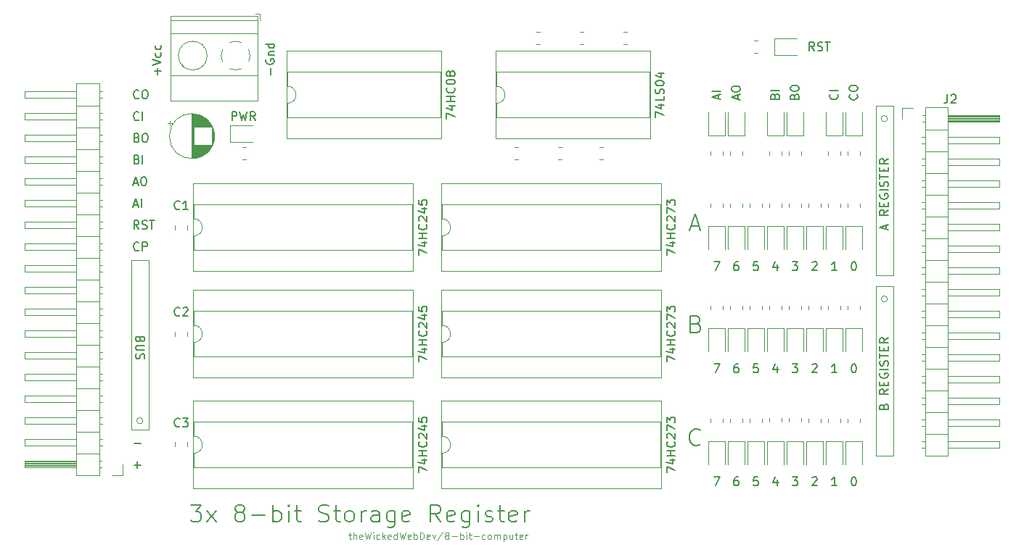
<source format=gbr>
%TF.GenerationSoftware,KiCad,Pcbnew,(5.1.9-0-10_14)*%
%TF.CreationDate,2021-07-04T10:57:11-04:00*%
%TF.ProjectId,register-smd,72656769-7374-4657-922d-736d642e6b69,rev?*%
%TF.SameCoordinates,Original*%
%TF.FileFunction,Legend,Top*%
%TF.FilePolarity,Positive*%
%FSLAX46Y46*%
G04 Gerber Fmt 4.6, Leading zero omitted, Abs format (unit mm)*
G04 Created by KiCad (PCBNEW (5.1.9-0-10_14)) date 2021-07-04 10:57:11*
%MOMM*%
%LPD*%
G01*
G04 APERTURE LIST*
%ADD10C,0.120000*%
%ADD11C,0.150000*%
%ADD12C,0.100000*%
G04 APERTURE END LIST*
D10*
X146304000Y-79248000D02*
X146304000Y-78486000D01*
X146304000Y-79248000D02*
X146304000Y-97790000D01*
X144272000Y-98298000D02*
X145796000Y-98298000D01*
X145796000Y-78486000D02*
X144272000Y-78486000D01*
X146304000Y-98298000D02*
X146304000Y-97790000D01*
X145647210Y-80010000D02*
G75*
G03*
X145647210Y-80010000I-359210J0D01*
G01*
X146304000Y-98298000D02*
X145796000Y-98298000D01*
X144272000Y-78486000D02*
X144272000Y-98298000D01*
X146304000Y-78486000D02*
X145796000Y-78486000D01*
D11*
X145216571Y-92549071D02*
X145264190Y-92406214D01*
X145311809Y-92358595D01*
X145407047Y-92310976D01*
X145549904Y-92310976D01*
X145645142Y-92358595D01*
X145692761Y-92406214D01*
X145740380Y-92501452D01*
X145740380Y-92882404D01*
X144740380Y-92882404D01*
X144740380Y-92549071D01*
X144788000Y-92453833D01*
X144835619Y-92406214D01*
X144930857Y-92358595D01*
X145026095Y-92358595D01*
X145121333Y-92406214D01*
X145168952Y-92453833D01*
X145216571Y-92549071D01*
X145216571Y-92882404D01*
X145740380Y-90549071D02*
X145264190Y-90882404D01*
X145740380Y-91120500D02*
X144740380Y-91120500D01*
X144740380Y-90739547D01*
X144788000Y-90644309D01*
X144835619Y-90596690D01*
X144930857Y-90549071D01*
X145073714Y-90549071D01*
X145168952Y-90596690D01*
X145216571Y-90644309D01*
X145264190Y-90739547D01*
X145264190Y-91120500D01*
X145216571Y-90120500D02*
X145216571Y-89787166D01*
X145740380Y-89644309D02*
X145740380Y-90120500D01*
X144740380Y-90120500D01*
X144740380Y-89644309D01*
X144788000Y-88691928D02*
X144740380Y-88787166D01*
X144740380Y-88930023D01*
X144788000Y-89072880D01*
X144883238Y-89168119D01*
X144978476Y-89215738D01*
X145168952Y-89263357D01*
X145311809Y-89263357D01*
X145502285Y-89215738D01*
X145597523Y-89168119D01*
X145692761Y-89072880D01*
X145740380Y-88930023D01*
X145740380Y-88834785D01*
X145692761Y-88691928D01*
X145645142Y-88644309D01*
X145311809Y-88644309D01*
X145311809Y-88834785D01*
X145740380Y-88215738D02*
X144740380Y-88215738D01*
X145692761Y-87787166D02*
X145740380Y-87644309D01*
X145740380Y-87406214D01*
X145692761Y-87310976D01*
X145645142Y-87263357D01*
X145549904Y-87215738D01*
X145454666Y-87215738D01*
X145359428Y-87263357D01*
X145311809Y-87310976D01*
X145264190Y-87406214D01*
X145216571Y-87596690D01*
X145168952Y-87691928D01*
X145121333Y-87739547D01*
X145026095Y-87787166D01*
X144930857Y-87787166D01*
X144835619Y-87739547D01*
X144788000Y-87691928D01*
X144740380Y-87596690D01*
X144740380Y-87358595D01*
X144788000Y-87215738D01*
X144740380Y-86930023D02*
X144740380Y-86358595D01*
X145740380Y-86644309D02*
X144740380Y-86644309D01*
X145216571Y-86025261D02*
X145216571Y-85691928D01*
X145740380Y-85549071D02*
X145740380Y-86025261D01*
X144740380Y-86025261D01*
X144740380Y-85549071D01*
X145740380Y-84549071D02*
X145264190Y-84882404D01*
X145740380Y-85120500D02*
X144740380Y-85120500D01*
X144740380Y-84739547D01*
X144788000Y-84644309D01*
X144835619Y-84596690D01*
X144930857Y-84549071D01*
X145073714Y-84549071D01*
X145168952Y-84596690D01*
X145216571Y-84644309D01*
X145264190Y-84739547D01*
X145264190Y-85120500D01*
D10*
X145796000Y-57404000D02*
X144272000Y-57404000D01*
X146304000Y-58166000D02*
X146304000Y-76708000D01*
X144272000Y-77216000D02*
X145796000Y-77216000D01*
X145647210Y-58928000D02*
G75*
G03*
X145647210Y-58928000I-359210J0D01*
G01*
X144272000Y-57404000D02*
X144272000Y-77216000D01*
X146304000Y-77216000D02*
X145796000Y-77216000D01*
X146304000Y-77216000D02*
X146304000Y-76708000D01*
X146304000Y-57404000D02*
X145796000Y-57404000D01*
X146304000Y-58166000D02*
X146304000Y-57404000D01*
D11*
X145454666Y-71848023D02*
X145454666Y-71371833D01*
X145740380Y-71943261D02*
X144740380Y-71609928D01*
X145740380Y-71276595D01*
X145740380Y-69609928D02*
X145264190Y-69943261D01*
X145740380Y-70181357D02*
X144740380Y-70181357D01*
X144740380Y-69800404D01*
X144788000Y-69705166D01*
X144835619Y-69657547D01*
X144930857Y-69609928D01*
X145073714Y-69609928D01*
X145168952Y-69657547D01*
X145216571Y-69705166D01*
X145264190Y-69800404D01*
X145264190Y-70181357D01*
X145216571Y-69181357D02*
X145216571Y-68848023D01*
X145740380Y-68705166D02*
X145740380Y-69181357D01*
X144740380Y-69181357D01*
X144740380Y-68705166D01*
X144788000Y-67752785D02*
X144740380Y-67848023D01*
X144740380Y-67990880D01*
X144788000Y-68133738D01*
X144883238Y-68228976D01*
X144978476Y-68276595D01*
X145168952Y-68324214D01*
X145311809Y-68324214D01*
X145502285Y-68276595D01*
X145597523Y-68228976D01*
X145692761Y-68133738D01*
X145740380Y-67990880D01*
X145740380Y-67895642D01*
X145692761Y-67752785D01*
X145645142Y-67705166D01*
X145311809Y-67705166D01*
X145311809Y-67895642D01*
X145740380Y-67276595D02*
X144740380Y-67276595D01*
X145692761Y-66848023D02*
X145740380Y-66705166D01*
X145740380Y-66467071D01*
X145692761Y-66371833D01*
X145645142Y-66324214D01*
X145549904Y-66276595D01*
X145454666Y-66276595D01*
X145359428Y-66324214D01*
X145311809Y-66371833D01*
X145264190Y-66467071D01*
X145216571Y-66657547D01*
X145168952Y-66752785D01*
X145121333Y-66800404D01*
X145026095Y-66848023D01*
X144930857Y-66848023D01*
X144835619Y-66800404D01*
X144788000Y-66752785D01*
X144740380Y-66657547D01*
X144740380Y-66419452D01*
X144788000Y-66276595D01*
X144740380Y-65990880D02*
X144740380Y-65419452D01*
X145740380Y-65705166D02*
X144740380Y-65705166D01*
X145216571Y-65086119D02*
X145216571Y-64752785D01*
X145740380Y-64609928D02*
X145740380Y-65086119D01*
X144740380Y-65086119D01*
X144740380Y-64609928D01*
X145740380Y-63609928D02*
X145264190Y-63943261D01*
X145740380Y-64181357D02*
X144740380Y-64181357D01*
X144740380Y-63800404D01*
X144788000Y-63705166D01*
X144835619Y-63657547D01*
X144930857Y-63609928D01*
X145073714Y-63609928D01*
X145168952Y-63657547D01*
X145216571Y-63705166D01*
X145264190Y-63800404D01*
X145264190Y-64181357D01*
X69169595Y-59126380D02*
X69169595Y-58126380D01*
X69550547Y-58126380D01*
X69645785Y-58174000D01*
X69693404Y-58221619D01*
X69741023Y-58316857D01*
X69741023Y-58459714D01*
X69693404Y-58554952D01*
X69645785Y-58602571D01*
X69550547Y-58650190D01*
X69169595Y-58650190D01*
X70074357Y-58126380D02*
X70312452Y-59126380D01*
X70502928Y-58412095D01*
X70693404Y-59126380D01*
X70931500Y-58126380D01*
X71883880Y-59126380D02*
X71550547Y-58650190D01*
X71312452Y-59126380D02*
X71312452Y-58126380D01*
X71693404Y-58126380D01*
X71788642Y-58174000D01*
X71836261Y-58221619D01*
X71883880Y-58316857D01*
X71883880Y-58459714D01*
X71836261Y-58554952D01*
X71788642Y-58602571D01*
X71693404Y-58650190D01*
X71312452Y-58650190D01*
X73731428Y-53766404D02*
X73731428Y-53004500D01*
X73160000Y-52004500D02*
X73112380Y-52099738D01*
X73112380Y-52242595D01*
X73160000Y-52385452D01*
X73255238Y-52480690D01*
X73350476Y-52528309D01*
X73540952Y-52575928D01*
X73683809Y-52575928D01*
X73874285Y-52528309D01*
X73969523Y-52480690D01*
X74064761Y-52385452D01*
X74112380Y-52242595D01*
X74112380Y-52147357D01*
X74064761Y-52004500D01*
X74017142Y-51956880D01*
X73683809Y-51956880D01*
X73683809Y-52147357D01*
X73445714Y-51528309D02*
X74112380Y-51528309D01*
X73540952Y-51528309D02*
X73493333Y-51480690D01*
X73445714Y-51385452D01*
X73445714Y-51242595D01*
X73493333Y-51147357D01*
X73588571Y-51099738D01*
X74112380Y-51099738D01*
X74112380Y-50194976D02*
X73112380Y-50194976D01*
X74064761Y-50194976D02*
X74112380Y-50290214D01*
X74112380Y-50480690D01*
X74064761Y-50575928D01*
X74017142Y-50623547D01*
X73921904Y-50671166D01*
X73636190Y-50671166D01*
X73540952Y-50623547D01*
X73493333Y-50575928D01*
X73445714Y-50480690D01*
X73445714Y-50290214D01*
X73493333Y-50194976D01*
X60523428Y-53766404D02*
X60523428Y-53004500D01*
X60904380Y-53385452D02*
X60142476Y-53385452D01*
X59904380Y-52671166D02*
X60904380Y-52337833D01*
X59904380Y-52004500D01*
X60856761Y-51242595D02*
X60904380Y-51337833D01*
X60904380Y-51528309D01*
X60856761Y-51623547D01*
X60809142Y-51671166D01*
X60713904Y-51718785D01*
X60428190Y-51718785D01*
X60332952Y-51671166D01*
X60285333Y-51623547D01*
X60237714Y-51528309D01*
X60237714Y-51337833D01*
X60285333Y-51242595D01*
X60856761Y-50385452D02*
X60904380Y-50480690D01*
X60904380Y-50671166D01*
X60856761Y-50766404D01*
X60809142Y-50814023D01*
X60713904Y-50861642D01*
X60428190Y-50861642D01*
X60332952Y-50814023D01*
X60285333Y-50766404D01*
X60237714Y-50671166D01*
X60237714Y-50480690D01*
X60285333Y-50385452D01*
D12*
X82779904Y-107524571D02*
X83084666Y-107524571D01*
X82894190Y-107257904D02*
X82894190Y-107943619D01*
X82932285Y-108019809D01*
X83008476Y-108057904D01*
X83084666Y-108057904D01*
X83351333Y-108057904D02*
X83351333Y-107257904D01*
X83694190Y-108057904D02*
X83694190Y-107638857D01*
X83656095Y-107562666D01*
X83579904Y-107524571D01*
X83465619Y-107524571D01*
X83389428Y-107562666D01*
X83351333Y-107600761D01*
X84379904Y-108019809D02*
X84303714Y-108057904D01*
X84151333Y-108057904D01*
X84075142Y-108019809D01*
X84037047Y-107943619D01*
X84037047Y-107638857D01*
X84075142Y-107562666D01*
X84151333Y-107524571D01*
X84303714Y-107524571D01*
X84379904Y-107562666D01*
X84418000Y-107638857D01*
X84418000Y-107715047D01*
X84037047Y-107791238D01*
X84684666Y-107257904D02*
X84875142Y-108057904D01*
X85027523Y-107486476D01*
X85179904Y-108057904D01*
X85370380Y-107257904D01*
X85675142Y-108057904D02*
X85675142Y-107524571D01*
X85675142Y-107257904D02*
X85637047Y-107296000D01*
X85675142Y-107334095D01*
X85713238Y-107296000D01*
X85675142Y-107257904D01*
X85675142Y-107334095D01*
X86398952Y-108019809D02*
X86322761Y-108057904D01*
X86170380Y-108057904D01*
X86094190Y-108019809D01*
X86056095Y-107981714D01*
X86018000Y-107905523D01*
X86018000Y-107676952D01*
X86056095Y-107600761D01*
X86094190Y-107562666D01*
X86170380Y-107524571D01*
X86322761Y-107524571D01*
X86398952Y-107562666D01*
X86741809Y-108057904D02*
X86741809Y-107257904D01*
X86818000Y-107753142D02*
X87046571Y-108057904D01*
X87046571Y-107524571D02*
X86741809Y-107829333D01*
X87694190Y-108019809D02*
X87618000Y-108057904D01*
X87465619Y-108057904D01*
X87389428Y-108019809D01*
X87351333Y-107943619D01*
X87351333Y-107638857D01*
X87389428Y-107562666D01*
X87465619Y-107524571D01*
X87618000Y-107524571D01*
X87694190Y-107562666D01*
X87732285Y-107638857D01*
X87732285Y-107715047D01*
X87351333Y-107791238D01*
X88418000Y-108057904D02*
X88418000Y-107257904D01*
X88418000Y-108019809D02*
X88341809Y-108057904D01*
X88189428Y-108057904D01*
X88113238Y-108019809D01*
X88075142Y-107981714D01*
X88037047Y-107905523D01*
X88037047Y-107676952D01*
X88075142Y-107600761D01*
X88113238Y-107562666D01*
X88189428Y-107524571D01*
X88341809Y-107524571D01*
X88418000Y-107562666D01*
X88722761Y-107257904D02*
X88913238Y-108057904D01*
X89065619Y-107486476D01*
X89218000Y-108057904D01*
X89408476Y-107257904D01*
X90018000Y-108019809D02*
X89941809Y-108057904D01*
X89789428Y-108057904D01*
X89713238Y-108019809D01*
X89675142Y-107943619D01*
X89675142Y-107638857D01*
X89713238Y-107562666D01*
X89789428Y-107524571D01*
X89941809Y-107524571D01*
X90018000Y-107562666D01*
X90056095Y-107638857D01*
X90056095Y-107715047D01*
X89675142Y-107791238D01*
X90398952Y-108057904D02*
X90398952Y-107257904D01*
X90398952Y-107562666D02*
X90475142Y-107524571D01*
X90627523Y-107524571D01*
X90703714Y-107562666D01*
X90741809Y-107600761D01*
X90779904Y-107676952D01*
X90779904Y-107905523D01*
X90741809Y-107981714D01*
X90703714Y-108019809D01*
X90627523Y-108057904D01*
X90475142Y-108057904D01*
X90398952Y-108019809D01*
X91122761Y-108057904D02*
X91122761Y-107257904D01*
X91313238Y-107257904D01*
X91427523Y-107296000D01*
X91503714Y-107372190D01*
X91541809Y-107448380D01*
X91579904Y-107600761D01*
X91579904Y-107715047D01*
X91541809Y-107867428D01*
X91503714Y-107943619D01*
X91427523Y-108019809D01*
X91313238Y-108057904D01*
X91122761Y-108057904D01*
X92227523Y-108019809D02*
X92151333Y-108057904D01*
X91998952Y-108057904D01*
X91922761Y-108019809D01*
X91884666Y-107943619D01*
X91884666Y-107638857D01*
X91922761Y-107562666D01*
X91998952Y-107524571D01*
X92151333Y-107524571D01*
X92227523Y-107562666D01*
X92265619Y-107638857D01*
X92265619Y-107715047D01*
X91884666Y-107791238D01*
X92532285Y-107524571D02*
X92722761Y-108057904D01*
X92913238Y-107524571D01*
X93789428Y-107219809D02*
X93103714Y-108248380D01*
X94170380Y-107600761D02*
X94094190Y-107562666D01*
X94056095Y-107524571D01*
X94018000Y-107448380D01*
X94018000Y-107410285D01*
X94056095Y-107334095D01*
X94094190Y-107296000D01*
X94170380Y-107257904D01*
X94322761Y-107257904D01*
X94398952Y-107296000D01*
X94437047Y-107334095D01*
X94475142Y-107410285D01*
X94475142Y-107448380D01*
X94437047Y-107524571D01*
X94398952Y-107562666D01*
X94322761Y-107600761D01*
X94170380Y-107600761D01*
X94094190Y-107638857D01*
X94056095Y-107676952D01*
X94018000Y-107753142D01*
X94018000Y-107905523D01*
X94056095Y-107981714D01*
X94094190Y-108019809D01*
X94170380Y-108057904D01*
X94322761Y-108057904D01*
X94398952Y-108019809D01*
X94437047Y-107981714D01*
X94475142Y-107905523D01*
X94475142Y-107753142D01*
X94437047Y-107676952D01*
X94398952Y-107638857D01*
X94322761Y-107600761D01*
X94818000Y-107753142D02*
X95427523Y-107753142D01*
X95808476Y-108057904D02*
X95808476Y-107257904D01*
X95808476Y-107562666D02*
X95884666Y-107524571D01*
X96037047Y-107524571D01*
X96113238Y-107562666D01*
X96151333Y-107600761D01*
X96189428Y-107676952D01*
X96189428Y-107905523D01*
X96151333Y-107981714D01*
X96113238Y-108019809D01*
X96037047Y-108057904D01*
X95884666Y-108057904D01*
X95808476Y-108019809D01*
X96532285Y-108057904D02*
X96532285Y-107524571D01*
X96532285Y-107257904D02*
X96494190Y-107296000D01*
X96532285Y-107334095D01*
X96570380Y-107296000D01*
X96532285Y-107257904D01*
X96532285Y-107334095D01*
X96798952Y-107524571D02*
X97103714Y-107524571D01*
X96913238Y-107257904D02*
X96913238Y-107943619D01*
X96951333Y-108019809D01*
X97027523Y-108057904D01*
X97103714Y-108057904D01*
X97370380Y-107753142D02*
X97979904Y-107753142D01*
X98703714Y-108019809D02*
X98627523Y-108057904D01*
X98475142Y-108057904D01*
X98398952Y-108019809D01*
X98360857Y-107981714D01*
X98322761Y-107905523D01*
X98322761Y-107676952D01*
X98360857Y-107600761D01*
X98398952Y-107562666D01*
X98475142Y-107524571D01*
X98627523Y-107524571D01*
X98703714Y-107562666D01*
X99160857Y-108057904D02*
X99084666Y-108019809D01*
X99046571Y-107981714D01*
X99008476Y-107905523D01*
X99008476Y-107676952D01*
X99046571Y-107600761D01*
X99084666Y-107562666D01*
X99160857Y-107524571D01*
X99275142Y-107524571D01*
X99351333Y-107562666D01*
X99389428Y-107600761D01*
X99427523Y-107676952D01*
X99427523Y-107905523D01*
X99389428Y-107981714D01*
X99351333Y-108019809D01*
X99275142Y-108057904D01*
X99160857Y-108057904D01*
X99770380Y-108057904D02*
X99770380Y-107524571D01*
X99770380Y-107600761D02*
X99808476Y-107562666D01*
X99884666Y-107524571D01*
X99998952Y-107524571D01*
X100075142Y-107562666D01*
X100113238Y-107638857D01*
X100113238Y-108057904D01*
X100113238Y-107638857D02*
X100151333Y-107562666D01*
X100227523Y-107524571D01*
X100341809Y-107524571D01*
X100418000Y-107562666D01*
X100456095Y-107638857D01*
X100456095Y-108057904D01*
X100837047Y-107524571D02*
X100837047Y-108324571D01*
X100837047Y-107562666D02*
X100913238Y-107524571D01*
X101065619Y-107524571D01*
X101141809Y-107562666D01*
X101179904Y-107600761D01*
X101218000Y-107676952D01*
X101218000Y-107905523D01*
X101179904Y-107981714D01*
X101141809Y-108019809D01*
X101065619Y-108057904D01*
X100913238Y-108057904D01*
X100837047Y-108019809D01*
X101903714Y-107524571D02*
X101903714Y-108057904D01*
X101560857Y-107524571D02*
X101560857Y-107943619D01*
X101598952Y-108019809D01*
X101675142Y-108057904D01*
X101789428Y-108057904D01*
X101865619Y-108019809D01*
X101903714Y-107981714D01*
X102170380Y-107524571D02*
X102475142Y-107524571D01*
X102284666Y-107257904D02*
X102284666Y-107943619D01*
X102322761Y-108019809D01*
X102398952Y-108057904D01*
X102475142Y-108057904D01*
X103046571Y-108019809D02*
X102970380Y-108057904D01*
X102818000Y-108057904D01*
X102741809Y-108019809D01*
X102703714Y-107943619D01*
X102703714Y-107638857D01*
X102741809Y-107562666D01*
X102818000Y-107524571D01*
X102970380Y-107524571D01*
X103046571Y-107562666D01*
X103084666Y-107638857D01*
X103084666Y-107715047D01*
X102703714Y-107791238D01*
X103427523Y-108057904D02*
X103427523Y-107524571D01*
X103427523Y-107676952D02*
X103465619Y-107600761D01*
X103503714Y-107562666D01*
X103579904Y-107524571D01*
X103656095Y-107524571D01*
D11*
X64359714Y-104060761D02*
X65597809Y-104060761D01*
X64931142Y-104822666D01*
X65216857Y-104822666D01*
X65407333Y-104917904D01*
X65502571Y-105013142D01*
X65597809Y-105203619D01*
X65597809Y-105679809D01*
X65502571Y-105870285D01*
X65407333Y-105965523D01*
X65216857Y-106060761D01*
X64645428Y-106060761D01*
X64454952Y-105965523D01*
X64359714Y-105870285D01*
X66264476Y-106060761D02*
X67312095Y-104727428D01*
X66264476Y-104727428D02*
X67312095Y-106060761D01*
X69883523Y-104917904D02*
X69693047Y-104822666D01*
X69597809Y-104727428D01*
X69502571Y-104536952D01*
X69502571Y-104441714D01*
X69597809Y-104251238D01*
X69693047Y-104156000D01*
X69883523Y-104060761D01*
X70264476Y-104060761D01*
X70454952Y-104156000D01*
X70550190Y-104251238D01*
X70645428Y-104441714D01*
X70645428Y-104536952D01*
X70550190Y-104727428D01*
X70454952Y-104822666D01*
X70264476Y-104917904D01*
X69883523Y-104917904D01*
X69693047Y-105013142D01*
X69597809Y-105108380D01*
X69502571Y-105298857D01*
X69502571Y-105679809D01*
X69597809Y-105870285D01*
X69693047Y-105965523D01*
X69883523Y-106060761D01*
X70264476Y-106060761D01*
X70454952Y-105965523D01*
X70550190Y-105870285D01*
X70645428Y-105679809D01*
X70645428Y-105298857D01*
X70550190Y-105108380D01*
X70454952Y-105013142D01*
X70264476Y-104917904D01*
X71502571Y-105298857D02*
X73026380Y-105298857D01*
X73978761Y-106060761D02*
X73978761Y-104060761D01*
X73978761Y-104822666D02*
X74169238Y-104727428D01*
X74550190Y-104727428D01*
X74740666Y-104822666D01*
X74835904Y-104917904D01*
X74931142Y-105108380D01*
X74931142Y-105679809D01*
X74835904Y-105870285D01*
X74740666Y-105965523D01*
X74550190Y-106060761D01*
X74169238Y-106060761D01*
X73978761Y-105965523D01*
X75788285Y-106060761D02*
X75788285Y-104727428D01*
X75788285Y-104060761D02*
X75693047Y-104156000D01*
X75788285Y-104251238D01*
X75883523Y-104156000D01*
X75788285Y-104060761D01*
X75788285Y-104251238D01*
X76454952Y-104727428D02*
X77216857Y-104727428D01*
X76740666Y-104060761D02*
X76740666Y-105775047D01*
X76835904Y-105965523D01*
X77026380Y-106060761D01*
X77216857Y-106060761D01*
X79312095Y-105965523D02*
X79597809Y-106060761D01*
X80074000Y-106060761D01*
X80264476Y-105965523D01*
X80359714Y-105870285D01*
X80454952Y-105679809D01*
X80454952Y-105489333D01*
X80359714Y-105298857D01*
X80264476Y-105203619D01*
X80074000Y-105108380D01*
X79693047Y-105013142D01*
X79502571Y-104917904D01*
X79407333Y-104822666D01*
X79312095Y-104632190D01*
X79312095Y-104441714D01*
X79407333Y-104251238D01*
X79502571Y-104156000D01*
X79693047Y-104060761D01*
X80169238Y-104060761D01*
X80454952Y-104156000D01*
X81026380Y-104727428D02*
X81788285Y-104727428D01*
X81312095Y-104060761D02*
X81312095Y-105775047D01*
X81407333Y-105965523D01*
X81597809Y-106060761D01*
X81788285Y-106060761D01*
X82740666Y-106060761D02*
X82550190Y-105965523D01*
X82454952Y-105870285D01*
X82359714Y-105679809D01*
X82359714Y-105108380D01*
X82454952Y-104917904D01*
X82550190Y-104822666D01*
X82740666Y-104727428D01*
X83026380Y-104727428D01*
X83216857Y-104822666D01*
X83312095Y-104917904D01*
X83407333Y-105108380D01*
X83407333Y-105679809D01*
X83312095Y-105870285D01*
X83216857Y-105965523D01*
X83026380Y-106060761D01*
X82740666Y-106060761D01*
X84264476Y-106060761D02*
X84264476Y-104727428D01*
X84264476Y-105108380D02*
X84359714Y-104917904D01*
X84454952Y-104822666D01*
X84645428Y-104727428D01*
X84835904Y-104727428D01*
X86359714Y-106060761D02*
X86359714Y-105013142D01*
X86264476Y-104822666D01*
X86074000Y-104727428D01*
X85693047Y-104727428D01*
X85502571Y-104822666D01*
X86359714Y-105965523D02*
X86169238Y-106060761D01*
X85693047Y-106060761D01*
X85502571Y-105965523D01*
X85407333Y-105775047D01*
X85407333Y-105584571D01*
X85502571Y-105394095D01*
X85693047Y-105298857D01*
X86169238Y-105298857D01*
X86359714Y-105203619D01*
X88169238Y-104727428D02*
X88169238Y-106346476D01*
X88074000Y-106536952D01*
X87978761Y-106632190D01*
X87788285Y-106727428D01*
X87502571Y-106727428D01*
X87312095Y-106632190D01*
X88169238Y-105965523D02*
X87978761Y-106060761D01*
X87597809Y-106060761D01*
X87407333Y-105965523D01*
X87312095Y-105870285D01*
X87216857Y-105679809D01*
X87216857Y-105108380D01*
X87312095Y-104917904D01*
X87407333Y-104822666D01*
X87597809Y-104727428D01*
X87978761Y-104727428D01*
X88169238Y-104822666D01*
X89883523Y-105965523D02*
X89693047Y-106060761D01*
X89312095Y-106060761D01*
X89121619Y-105965523D01*
X89026380Y-105775047D01*
X89026380Y-105013142D01*
X89121619Y-104822666D01*
X89312095Y-104727428D01*
X89693047Y-104727428D01*
X89883523Y-104822666D01*
X89978761Y-105013142D01*
X89978761Y-105203619D01*
X89026380Y-105394095D01*
X93502571Y-106060761D02*
X92835904Y-105108380D01*
X92359714Y-106060761D02*
X92359714Y-104060761D01*
X93121619Y-104060761D01*
X93312095Y-104156000D01*
X93407333Y-104251238D01*
X93502571Y-104441714D01*
X93502571Y-104727428D01*
X93407333Y-104917904D01*
X93312095Y-105013142D01*
X93121619Y-105108380D01*
X92359714Y-105108380D01*
X95121619Y-105965523D02*
X94931142Y-106060761D01*
X94550190Y-106060761D01*
X94359714Y-105965523D01*
X94264476Y-105775047D01*
X94264476Y-105013142D01*
X94359714Y-104822666D01*
X94550190Y-104727428D01*
X94931142Y-104727428D01*
X95121619Y-104822666D01*
X95216857Y-105013142D01*
X95216857Y-105203619D01*
X94264476Y-105394095D01*
X96931142Y-104727428D02*
X96931142Y-106346476D01*
X96835904Y-106536952D01*
X96740666Y-106632190D01*
X96550190Y-106727428D01*
X96264476Y-106727428D01*
X96074000Y-106632190D01*
X96931142Y-105965523D02*
X96740666Y-106060761D01*
X96359714Y-106060761D01*
X96169238Y-105965523D01*
X96074000Y-105870285D01*
X95978761Y-105679809D01*
X95978761Y-105108380D01*
X96074000Y-104917904D01*
X96169238Y-104822666D01*
X96359714Y-104727428D01*
X96740666Y-104727428D01*
X96931142Y-104822666D01*
X97883523Y-106060761D02*
X97883523Y-104727428D01*
X97883523Y-104060761D02*
X97788285Y-104156000D01*
X97883523Y-104251238D01*
X97978761Y-104156000D01*
X97883523Y-104060761D01*
X97883523Y-104251238D01*
X98740666Y-105965523D02*
X98931142Y-106060761D01*
X99312095Y-106060761D01*
X99502571Y-105965523D01*
X99597809Y-105775047D01*
X99597809Y-105679809D01*
X99502571Y-105489333D01*
X99312095Y-105394095D01*
X99026380Y-105394095D01*
X98835904Y-105298857D01*
X98740666Y-105108380D01*
X98740666Y-105013142D01*
X98835904Y-104822666D01*
X99026380Y-104727428D01*
X99312095Y-104727428D01*
X99502571Y-104822666D01*
X100169238Y-104727428D02*
X100931142Y-104727428D01*
X100454952Y-104060761D02*
X100454952Y-105775047D01*
X100550190Y-105965523D01*
X100740666Y-106060761D01*
X100931142Y-106060761D01*
X102359714Y-105965523D02*
X102169238Y-106060761D01*
X101788285Y-106060761D01*
X101597809Y-105965523D01*
X101502571Y-105775047D01*
X101502571Y-105013142D01*
X101597809Y-104822666D01*
X101788285Y-104727428D01*
X102169238Y-104727428D01*
X102359714Y-104822666D01*
X102454952Y-105013142D01*
X102454952Y-105203619D01*
X101502571Y-105394095D01*
X103312095Y-106060761D02*
X103312095Y-104727428D01*
X103312095Y-105108380D02*
X103407333Y-104917904D01*
X103502571Y-104822666D01*
X103693047Y-104727428D01*
X103883523Y-104727428D01*
X123809047Y-96980285D02*
X123713809Y-97075523D01*
X123428095Y-97170761D01*
X123237619Y-97170761D01*
X122951904Y-97075523D01*
X122761428Y-96885047D01*
X122666190Y-96694571D01*
X122570952Y-96313619D01*
X122570952Y-96027904D01*
X122666190Y-95646952D01*
X122761428Y-95456476D01*
X122951904Y-95266000D01*
X123237619Y-95170761D01*
X123428095Y-95170761D01*
X123713809Y-95266000D01*
X123809047Y-95361238D01*
X123332857Y-82915142D02*
X123618571Y-83010380D01*
X123713809Y-83105619D01*
X123809047Y-83296095D01*
X123809047Y-83581809D01*
X123713809Y-83772285D01*
X123618571Y-83867523D01*
X123428095Y-83962761D01*
X122666190Y-83962761D01*
X122666190Y-81962761D01*
X123332857Y-81962761D01*
X123523333Y-82058000D01*
X123618571Y-82153238D01*
X123713809Y-82343714D01*
X123713809Y-82534190D01*
X123618571Y-82724666D01*
X123523333Y-82819904D01*
X123332857Y-82915142D01*
X122666190Y-82915142D01*
X122713809Y-71453333D02*
X123666190Y-71453333D01*
X122523333Y-72024761D02*
X123190000Y-70024761D01*
X123856666Y-72024761D01*
X128206476Y-100798380D02*
X128016000Y-100798380D01*
X127920761Y-100846000D01*
X127873142Y-100893619D01*
X127777904Y-101036476D01*
X127730285Y-101226952D01*
X127730285Y-101607904D01*
X127777904Y-101703142D01*
X127825523Y-101750761D01*
X127920761Y-101798380D01*
X128111238Y-101798380D01*
X128206476Y-101750761D01*
X128254095Y-101703142D01*
X128301714Y-101607904D01*
X128301714Y-101369809D01*
X128254095Y-101274571D01*
X128206476Y-101226952D01*
X128111238Y-101179333D01*
X127920761Y-101179333D01*
X127825523Y-101226952D01*
X127777904Y-101274571D01*
X127730285Y-101369809D01*
X125396666Y-100798380D02*
X126063333Y-100798380D01*
X125634761Y-101798380D01*
X136874285Y-100893619D02*
X136921904Y-100846000D01*
X137017142Y-100798380D01*
X137255238Y-100798380D01*
X137350476Y-100846000D01*
X137398095Y-100893619D01*
X137445714Y-100988857D01*
X137445714Y-101084095D01*
X137398095Y-101226952D01*
X136826666Y-101798380D01*
X137445714Y-101798380D01*
X134540666Y-100798380D02*
X135159714Y-100798380D01*
X134826380Y-101179333D01*
X134969238Y-101179333D01*
X135064476Y-101226952D01*
X135112095Y-101274571D01*
X135159714Y-101369809D01*
X135159714Y-101607904D01*
X135112095Y-101703142D01*
X135064476Y-101750761D01*
X134969238Y-101798380D01*
X134683523Y-101798380D01*
X134588285Y-101750761D01*
X134540666Y-101703142D01*
X139731714Y-101798380D02*
X139160285Y-101798380D01*
X139446000Y-101798380D02*
X139446000Y-100798380D01*
X139350761Y-100941238D01*
X139255523Y-101036476D01*
X139160285Y-101084095D01*
X141684380Y-100798380D02*
X141779619Y-100798380D01*
X141874857Y-100846000D01*
X141922476Y-100893619D01*
X141970095Y-100988857D01*
X142017714Y-101179333D01*
X142017714Y-101417428D01*
X141970095Y-101607904D01*
X141922476Y-101703142D01*
X141874857Y-101750761D01*
X141779619Y-101798380D01*
X141684380Y-101798380D01*
X141589142Y-101750761D01*
X141541523Y-101703142D01*
X141493904Y-101607904D01*
X141446285Y-101417428D01*
X141446285Y-101179333D01*
X141493904Y-100988857D01*
X141541523Y-100893619D01*
X141589142Y-100846000D01*
X141684380Y-100798380D01*
X132778476Y-101131714D02*
X132778476Y-101798380D01*
X132540380Y-100750761D02*
X132302285Y-101465047D01*
X132921333Y-101465047D01*
X130540095Y-100798380D02*
X130063904Y-100798380D01*
X130016285Y-101274571D01*
X130063904Y-101226952D01*
X130159142Y-101179333D01*
X130397238Y-101179333D01*
X130492476Y-101226952D01*
X130540095Y-101274571D01*
X130587714Y-101369809D01*
X130587714Y-101607904D01*
X130540095Y-101703142D01*
X130492476Y-101750761D01*
X130397238Y-101798380D01*
X130159142Y-101798380D01*
X130063904Y-101750761D01*
X130016285Y-101703142D01*
X128206476Y-87590380D02*
X128016000Y-87590380D01*
X127920761Y-87638000D01*
X127873142Y-87685619D01*
X127777904Y-87828476D01*
X127730285Y-88018952D01*
X127730285Y-88399904D01*
X127777904Y-88495142D01*
X127825523Y-88542761D01*
X127920761Y-88590380D01*
X128111238Y-88590380D01*
X128206476Y-88542761D01*
X128254095Y-88495142D01*
X128301714Y-88399904D01*
X128301714Y-88161809D01*
X128254095Y-88066571D01*
X128206476Y-88018952D01*
X128111238Y-87971333D01*
X127920761Y-87971333D01*
X127825523Y-88018952D01*
X127777904Y-88066571D01*
X127730285Y-88161809D01*
X125396666Y-87590380D02*
X126063333Y-87590380D01*
X125634761Y-88590380D01*
X130540095Y-87590380D02*
X130063904Y-87590380D01*
X130016285Y-88066571D01*
X130063904Y-88018952D01*
X130159142Y-87971333D01*
X130397238Y-87971333D01*
X130492476Y-88018952D01*
X130540095Y-88066571D01*
X130587714Y-88161809D01*
X130587714Y-88399904D01*
X130540095Y-88495142D01*
X130492476Y-88542761D01*
X130397238Y-88590380D01*
X130159142Y-88590380D01*
X130063904Y-88542761D01*
X130016285Y-88495142D01*
X141684380Y-87590380D02*
X141779619Y-87590380D01*
X141874857Y-87638000D01*
X141922476Y-87685619D01*
X141970095Y-87780857D01*
X142017714Y-87971333D01*
X142017714Y-88209428D01*
X141970095Y-88399904D01*
X141922476Y-88495142D01*
X141874857Y-88542761D01*
X141779619Y-88590380D01*
X141684380Y-88590380D01*
X141589142Y-88542761D01*
X141541523Y-88495142D01*
X141493904Y-88399904D01*
X141446285Y-88209428D01*
X141446285Y-87971333D01*
X141493904Y-87780857D01*
X141541523Y-87685619D01*
X141589142Y-87638000D01*
X141684380Y-87590380D01*
X139731714Y-88590380D02*
X139160285Y-88590380D01*
X139446000Y-88590380D02*
X139446000Y-87590380D01*
X139350761Y-87733238D01*
X139255523Y-87828476D01*
X139160285Y-87876095D01*
X132778476Y-87923714D02*
X132778476Y-88590380D01*
X132540380Y-87542761D02*
X132302285Y-88257047D01*
X132921333Y-88257047D01*
X136874285Y-87685619D02*
X136921904Y-87638000D01*
X137017142Y-87590380D01*
X137255238Y-87590380D01*
X137350476Y-87638000D01*
X137398095Y-87685619D01*
X137445714Y-87780857D01*
X137445714Y-87876095D01*
X137398095Y-88018952D01*
X136826666Y-88590380D01*
X137445714Y-88590380D01*
X134540666Y-87590380D02*
X135159714Y-87590380D01*
X134826380Y-87971333D01*
X134969238Y-87971333D01*
X135064476Y-88018952D01*
X135112095Y-88066571D01*
X135159714Y-88161809D01*
X135159714Y-88399904D01*
X135112095Y-88495142D01*
X135064476Y-88542761D01*
X134969238Y-88590380D01*
X134683523Y-88590380D01*
X134588285Y-88542761D01*
X134540666Y-88495142D01*
X141684380Y-75652380D02*
X141779619Y-75652380D01*
X141874857Y-75700000D01*
X141922476Y-75747619D01*
X141970095Y-75842857D01*
X142017714Y-76033333D01*
X142017714Y-76271428D01*
X141970095Y-76461904D01*
X141922476Y-76557142D01*
X141874857Y-76604761D01*
X141779619Y-76652380D01*
X141684380Y-76652380D01*
X141589142Y-76604761D01*
X141541523Y-76557142D01*
X141493904Y-76461904D01*
X141446285Y-76271428D01*
X141446285Y-76033333D01*
X141493904Y-75842857D01*
X141541523Y-75747619D01*
X141589142Y-75700000D01*
X141684380Y-75652380D01*
X139731714Y-76652380D02*
X139160285Y-76652380D01*
X139446000Y-76652380D02*
X139446000Y-75652380D01*
X139350761Y-75795238D01*
X139255523Y-75890476D01*
X139160285Y-75938095D01*
X136874285Y-75747619D02*
X136921904Y-75700000D01*
X137017142Y-75652380D01*
X137255238Y-75652380D01*
X137350476Y-75700000D01*
X137398095Y-75747619D01*
X137445714Y-75842857D01*
X137445714Y-75938095D01*
X137398095Y-76080952D01*
X136826666Y-76652380D01*
X137445714Y-76652380D01*
X134540666Y-75652380D02*
X135159714Y-75652380D01*
X134826380Y-76033333D01*
X134969238Y-76033333D01*
X135064476Y-76080952D01*
X135112095Y-76128571D01*
X135159714Y-76223809D01*
X135159714Y-76461904D01*
X135112095Y-76557142D01*
X135064476Y-76604761D01*
X134969238Y-76652380D01*
X134683523Y-76652380D01*
X134588285Y-76604761D01*
X134540666Y-76557142D01*
X132778476Y-75985714D02*
X132778476Y-76652380D01*
X132540380Y-75604761D02*
X132302285Y-76319047D01*
X132921333Y-76319047D01*
X130540095Y-75652380D02*
X130063904Y-75652380D01*
X130016285Y-76128571D01*
X130063904Y-76080952D01*
X130159142Y-76033333D01*
X130397238Y-76033333D01*
X130492476Y-76080952D01*
X130540095Y-76128571D01*
X130587714Y-76223809D01*
X130587714Y-76461904D01*
X130540095Y-76557142D01*
X130492476Y-76604761D01*
X130397238Y-76652380D01*
X130159142Y-76652380D01*
X130063904Y-76604761D01*
X130016285Y-76557142D01*
X128206476Y-75652380D02*
X128016000Y-75652380D01*
X127920761Y-75700000D01*
X127873142Y-75747619D01*
X127777904Y-75890476D01*
X127730285Y-76080952D01*
X127730285Y-76461904D01*
X127777904Y-76557142D01*
X127825523Y-76604761D01*
X127920761Y-76652380D01*
X128111238Y-76652380D01*
X128206476Y-76604761D01*
X128254095Y-76557142D01*
X128301714Y-76461904D01*
X128301714Y-76223809D01*
X128254095Y-76128571D01*
X128206476Y-76080952D01*
X128111238Y-76033333D01*
X127920761Y-76033333D01*
X127825523Y-76080952D01*
X127777904Y-76128571D01*
X127730285Y-76223809D01*
X125396666Y-75652380D02*
X126063333Y-75652380D01*
X125634761Y-76652380D01*
D10*
X58779210Y-94234000D02*
G75*
G03*
X58779210Y-94234000I-359210J0D01*
G01*
X59436000Y-75438000D02*
X58928000Y-75438000D01*
X59436000Y-76200000D02*
X59436000Y-75438000D01*
X59436000Y-95250000D02*
X58928000Y-95250000D01*
D11*
X57739595Y-99385428D02*
X58501500Y-99385428D01*
X58120547Y-99766380D02*
X58120547Y-99004476D01*
X57739595Y-96845428D02*
X58501500Y-96845428D01*
D10*
X57404000Y-95250000D02*
X58928000Y-95250000D01*
X57404000Y-75438000D02*
X57404000Y-95250000D01*
X58928000Y-75438000D02*
X57404000Y-75438000D01*
D11*
X58311023Y-56491142D02*
X58263404Y-56538761D01*
X58120547Y-56586380D01*
X58025309Y-56586380D01*
X57882452Y-56538761D01*
X57787214Y-56443523D01*
X57739595Y-56348285D01*
X57691976Y-56157809D01*
X57691976Y-56014952D01*
X57739595Y-55824476D01*
X57787214Y-55729238D01*
X57882452Y-55634000D01*
X58025309Y-55586380D01*
X58120547Y-55586380D01*
X58263404Y-55634000D01*
X58311023Y-55681619D01*
X58930071Y-55586380D02*
X59120547Y-55586380D01*
X59215785Y-55634000D01*
X59311023Y-55729238D01*
X59358642Y-55919714D01*
X59358642Y-56253047D01*
X59311023Y-56443523D01*
X59215785Y-56538761D01*
X59120547Y-56586380D01*
X58930071Y-56586380D01*
X58834833Y-56538761D01*
X58739595Y-56443523D01*
X58691976Y-56253047D01*
X58691976Y-55919714D01*
X58739595Y-55729238D01*
X58834833Y-55634000D01*
X58930071Y-55586380D01*
X58311023Y-59031142D02*
X58263404Y-59078761D01*
X58120547Y-59126380D01*
X58025309Y-59126380D01*
X57882452Y-59078761D01*
X57787214Y-58983523D01*
X57739595Y-58888285D01*
X57691976Y-58697809D01*
X57691976Y-58554952D01*
X57739595Y-58364476D01*
X57787214Y-58269238D01*
X57882452Y-58174000D01*
X58025309Y-58126380D01*
X58120547Y-58126380D01*
X58263404Y-58174000D01*
X58311023Y-58221619D01*
X58739595Y-59126380D02*
X58739595Y-58126380D01*
X58072928Y-61142571D02*
X58215785Y-61190190D01*
X58263404Y-61237809D01*
X58311023Y-61333047D01*
X58311023Y-61475904D01*
X58263404Y-61571142D01*
X58215785Y-61618761D01*
X58120547Y-61666380D01*
X57739595Y-61666380D01*
X57739595Y-60666380D01*
X58072928Y-60666380D01*
X58168166Y-60714000D01*
X58215785Y-60761619D01*
X58263404Y-60856857D01*
X58263404Y-60952095D01*
X58215785Y-61047333D01*
X58168166Y-61094952D01*
X58072928Y-61142571D01*
X57739595Y-61142571D01*
X58930071Y-60666380D02*
X59120547Y-60666380D01*
X59215785Y-60714000D01*
X59311023Y-60809238D01*
X59358642Y-60999714D01*
X59358642Y-61333047D01*
X59311023Y-61523523D01*
X59215785Y-61618761D01*
X59120547Y-61666380D01*
X58930071Y-61666380D01*
X58834833Y-61618761D01*
X58739595Y-61523523D01*
X58691976Y-61333047D01*
X58691976Y-60999714D01*
X58739595Y-60809238D01*
X58834833Y-60714000D01*
X58930071Y-60666380D01*
X58072928Y-63682571D02*
X58215785Y-63730190D01*
X58263404Y-63777809D01*
X58311023Y-63873047D01*
X58311023Y-64015904D01*
X58263404Y-64111142D01*
X58215785Y-64158761D01*
X58120547Y-64206380D01*
X57739595Y-64206380D01*
X57739595Y-63206380D01*
X58072928Y-63206380D01*
X58168166Y-63254000D01*
X58215785Y-63301619D01*
X58263404Y-63396857D01*
X58263404Y-63492095D01*
X58215785Y-63587333D01*
X58168166Y-63634952D01*
X58072928Y-63682571D01*
X57739595Y-63682571D01*
X58739595Y-64206380D02*
X58739595Y-63206380D01*
X57691976Y-66460666D02*
X58168166Y-66460666D01*
X57596738Y-66746380D02*
X57930071Y-65746380D01*
X58263404Y-66746380D01*
X58787214Y-65746380D02*
X58977690Y-65746380D01*
X59072928Y-65794000D01*
X59168166Y-65889238D01*
X59215785Y-66079714D01*
X59215785Y-66413047D01*
X59168166Y-66603523D01*
X59072928Y-66698761D01*
X58977690Y-66746380D01*
X58787214Y-66746380D01*
X58691976Y-66698761D01*
X58596738Y-66603523D01*
X58549119Y-66413047D01*
X58549119Y-66079714D01*
X58596738Y-65889238D01*
X58691976Y-65794000D01*
X58787214Y-65746380D01*
X57691976Y-69000666D02*
X58168166Y-69000666D01*
X57596738Y-69286380D02*
X57930071Y-68286380D01*
X58263404Y-69286380D01*
X58596738Y-69286380D02*
X58596738Y-68286380D01*
D10*
X59436000Y-95250000D02*
X59436000Y-94742000D01*
X59436000Y-76200000D02*
X59436000Y-94742000D01*
D11*
X58491428Y-84742928D02*
X58443809Y-84885785D01*
X58396190Y-84933404D01*
X58300952Y-84981023D01*
X58158095Y-84981023D01*
X58062857Y-84933404D01*
X58015238Y-84885785D01*
X57967619Y-84790547D01*
X57967619Y-84409595D01*
X58967619Y-84409595D01*
X58967619Y-84742928D01*
X58920000Y-84838166D01*
X58872380Y-84885785D01*
X58777142Y-84933404D01*
X58681904Y-84933404D01*
X58586666Y-84885785D01*
X58539047Y-84838166D01*
X58491428Y-84742928D01*
X58491428Y-84409595D01*
X58967619Y-85409595D02*
X58158095Y-85409595D01*
X58062857Y-85457214D01*
X58015238Y-85504833D01*
X57967619Y-85600071D01*
X57967619Y-85790547D01*
X58015238Y-85885785D01*
X58062857Y-85933404D01*
X58158095Y-85981023D01*
X58967619Y-85981023D01*
X58015238Y-86409595D02*
X57967619Y-86552452D01*
X57967619Y-86790547D01*
X58015238Y-86885785D01*
X58062857Y-86933404D01*
X58158095Y-86981023D01*
X58253333Y-86981023D01*
X58348571Y-86933404D01*
X58396190Y-86885785D01*
X58443809Y-86790547D01*
X58491428Y-86600071D01*
X58539047Y-86504833D01*
X58586666Y-86457214D01*
X58681904Y-86409595D01*
X58777142Y-86409595D01*
X58872380Y-86457214D01*
X58920000Y-86504833D01*
X58967619Y-86600071D01*
X58967619Y-86838166D01*
X58920000Y-86981023D01*
X58311023Y-71826380D02*
X57977690Y-71350190D01*
X57739595Y-71826380D02*
X57739595Y-70826380D01*
X58120547Y-70826380D01*
X58215785Y-70874000D01*
X58263404Y-70921619D01*
X58311023Y-71016857D01*
X58311023Y-71159714D01*
X58263404Y-71254952D01*
X58215785Y-71302571D01*
X58120547Y-71350190D01*
X57739595Y-71350190D01*
X58691976Y-71778761D02*
X58834833Y-71826380D01*
X59072928Y-71826380D01*
X59168166Y-71778761D01*
X59215785Y-71731142D01*
X59263404Y-71635904D01*
X59263404Y-71540666D01*
X59215785Y-71445428D01*
X59168166Y-71397809D01*
X59072928Y-71350190D01*
X58882452Y-71302571D01*
X58787214Y-71254952D01*
X58739595Y-71207333D01*
X58691976Y-71112095D01*
X58691976Y-71016857D01*
X58739595Y-70921619D01*
X58787214Y-70874000D01*
X58882452Y-70826380D01*
X59120547Y-70826380D01*
X59263404Y-70874000D01*
X59549119Y-70826380D02*
X60120547Y-70826380D01*
X59834833Y-71826380D02*
X59834833Y-70826380D01*
X58311023Y-74271142D02*
X58263404Y-74318761D01*
X58120547Y-74366380D01*
X58025309Y-74366380D01*
X57882452Y-74318761D01*
X57787214Y-74223523D01*
X57739595Y-74128285D01*
X57691976Y-73937809D01*
X57691976Y-73794952D01*
X57739595Y-73604476D01*
X57787214Y-73509238D01*
X57882452Y-73414000D01*
X58025309Y-73366380D01*
X58120547Y-73366380D01*
X58263404Y-73414000D01*
X58311023Y-73461619D01*
X58739595Y-74366380D02*
X58739595Y-73366380D01*
X59120547Y-73366380D01*
X59215785Y-73414000D01*
X59263404Y-73461619D01*
X59311023Y-73556857D01*
X59311023Y-73699714D01*
X59263404Y-73794952D01*
X59215785Y-73842571D01*
X59120547Y-73890190D01*
X58739595Y-73890190D01*
X137120380Y-50998380D02*
X136787047Y-50522190D01*
X136548952Y-50998380D02*
X136548952Y-49998380D01*
X136929904Y-49998380D01*
X137025142Y-50046000D01*
X137072761Y-50093619D01*
X137120380Y-50188857D01*
X137120380Y-50331714D01*
X137072761Y-50426952D01*
X137025142Y-50474571D01*
X136929904Y-50522190D01*
X136548952Y-50522190D01*
X137501333Y-50950761D02*
X137644190Y-50998380D01*
X137882285Y-50998380D01*
X137977523Y-50950761D01*
X138025142Y-50903142D01*
X138072761Y-50807904D01*
X138072761Y-50712666D01*
X138025142Y-50617428D01*
X137977523Y-50569809D01*
X137882285Y-50522190D01*
X137691809Y-50474571D01*
X137596571Y-50426952D01*
X137548952Y-50379333D01*
X137501333Y-50284095D01*
X137501333Y-50188857D01*
X137548952Y-50093619D01*
X137596571Y-50046000D01*
X137691809Y-49998380D01*
X137929904Y-49998380D01*
X138072761Y-50046000D01*
X138358476Y-49998380D02*
X138929904Y-49998380D01*
X138644190Y-50998380D02*
X138644190Y-49998380D01*
X128182666Y-56641904D02*
X128182666Y-56165714D01*
X128468380Y-56737142D02*
X127468380Y-56403809D01*
X128468380Y-56070476D01*
X127468380Y-55546666D02*
X127468380Y-55356190D01*
X127516000Y-55260952D01*
X127611238Y-55165714D01*
X127801714Y-55118095D01*
X128135047Y-55118095D01*
X128325523Y-55165714D01*
X128420761Y-55260952D01*
X128468380Y-55356190D01*
X128468380Y-55546666D01*
X128420761Y-55641904D01*
X128325523Y-55737142D01*
X128135047Y-55784761D01*
X127801714Y-55784761D01*
X127611238Y-55737142D01*
X127516000Y-55641904D01*
X127468380Y-55546666D01*
X125896666Y-56610190D02*
X125896666Y-56134000D01*
X126182380Y-56705428D02*
X125182380Y-56372095D01*
X126182380Y-56038761D01*
X126182380Y-55705428D02*
X125182380Y-55705428D01*
X132516571Y-56300666D02*
X132564190Y-56157809D01*
X132611809Y-56110190D01*
X132707047Y-56062571D01*
X132849904Y-56062571D01*
X132945142Y-56110190D01*
X132992761Y-56157809D01*
X133040380Y-56253047D01*
X133040380Y-56634000D01*
X132040380Y-56634000D01*
X132040380Y-56300666D01*
X132088000Y-56205428D01*
X132135619Y-56157809D01*
X132230857Y-56110190D01*
X132326095Y-56110190D01*
X132421333Y-56157809D01*
X132468952Y-56205428D01*
X132516571Y-56300666D01*
X132516571Y-56634000D01*
X133040380Y-55634000D02*
X132040380Y-55634000D01*
X134802571Y-56332380D02*
X134850190Y-56189523D01*
X134897809Y-56141904D01*
X134993047Y-56094285D01*
X135135904Y-56094285D01*
X135231142Y-56141904D01*
X135278761Y-56189523D01*
X135326380Y-56284761D01*
X135326380Y-56665714D01*
X134326380Y-56665714D01*
X134326380Y-56332380D01*
X134374000Y-56237142D01*
X134421619Y-56189523D01*
X134516857Y-56141904D01*
X134612095Y-56141904D01*
X134707333Y-56189523D01*
X134754952Y-56237142D01*
X134802571Y-56332380D01*
X134802571Y-56665714D01*
X134326380Y-55475238D02*
X134326380Y-55284761D01*
X134374000Y-55189523D01*
X134469238Y-55094285D01*
X134659714Y-55046666D01*
X134993047Y-55046666D01*
X135183523Y-55094285D01*
X135278761Y-55189523D01*
X135326380Y-55284761D01*
X135326380Y-55475238D01*
X135278761Y-55570476D01*
X135183523Y-55665714D01*
X134993047Y-55713333D01*
X134659714Y-55713333D01*
X134469238Y-55665714D01*
X134374000Y-55570476D01*
X134326380Y-55475238D01*
X139803142Y-56062571D02*
X139850761Y-56110190D01*
X139898380Y-56253047D01*
X139898380Y-56348285D01*
X139850761Y-56491142D01*
X139755523Y-56586380D01*
X139660285Y-56634000D01*
X139469809Y-56681619D01*
X139326952Y-56681619D01*
X139136476Y-56634000D01*
X139041238Y-56586380D01*
X138946000Y-56491142D01*
X138898380Y-56348285D01*
X138898380Y-56253047D01*
X138946000Y-56110190D01*
X138993619Y-56062571D01*
X139898380Y-55634000D02*
X138898380Y-55634000D01*
X142089142Y-56094285D02*
X142136761Y-56141904D01*
X142184380Y-56284761D01*
X142184380Y-56380000D01*
X142136761Y-56522857D01*
X142041523Y-56618095D01*
X141946285Y-56665714D01*
X141755809Y-56713333D01*
X141612952Y-56713333D01*
X141422476Y-56665714D01*
X141327238Y-56618095D01*
X141232000Y-56522857D01*
X141184380Y-56380000D01*
X141184380Y-56284761D01*
X141232000Y-56141904D01*
X141279619Y-56094285D01*
X141184380Y-55475238D02*
X141184380Y-55284761D01*
X141232000Y-55189523D01*
X141327238Y-55094285D01*
X141517714Y-55046666D01*
X141851047Y-55046666D01*
X142041523Y-55094285D01*
X142136761Y-55189523D01*
X142184380Y-55284761D01*
X142184380Y-55475238D01*
X142136761Y-55570476D01*
X142041523Y-55665714D01*
X141851047Y-55713333D01*
X141517714Y-55713333D01*
X141327238Y-55665714D01*
X141232000Y-55570476D01*
X141184380Y-55475238D01*
D10*
%TO.C,J2*%
X147320000Y-57658000D02*
X148590000Y-57658000D01*
X147320000Y-58928000D02*
X147320000Y-57658000D01*
X149632929Y-97408000D02*
X150030000Y-97408000D01*
X149632929Y-96648000D02*
X150030000Y-96648000D01*
X158690000Y-97408000D02*
X152690000Y-97408000D01*
X158690000Y-96648000D02*
X158690000Y-97408000D01*
X152690000Y-96648000D02*
X158690000Y-96648000D01*
X150030000Y-95758000D02*
X152690000Y-95758000D01*
X149632929Y-94868000D02*
X150030000Y-94868000D01*
X149632929Y-94108000D02*
X150030000Y-94108000D01*
X158690000Y-94868000D02*
X152690000Y-94868000D01*
X158690000Y-94108000D02*
X158690000Y-94868000D01*
X152690000Y-94108000D02*
X158690000Y-94108000D01*
X150030000Y-93218000D02*
X152690000Y-93218000D01*
X149632929Y-92328000D02*
X150030000Y-92328000D01*
X149632929Y-91568000D02*
X150030000Y-91568000D01*
X158690000Y-92328000D02*
X152690000Y-92328000D01*
X158690000Y-91568000D02*
X158690000Y-92328000D01*
X152690000Y-91568000D02*
X158690000Y-91568000D01*
X150030000Y-90678000D02*
X152690000Y-90678000D01*
X149632929Y-89788000D02*
X150030000Y-89788000D01*
X149632929Y-89028000D02*
X150030000Y-89028000D01*
X158690000Y-89788000D02*
X152690000Y-89788000D01*
X158690000Y-89028000D02*
X158690000Y-89788000D01*
X152690000Y-89028000D02*
X158690000Y-89028000D01*
X150030000Y-88138000D02*
X152690000Y-88138000D01*
X149632929Y-87248000D02*
X150030000Y-87248000D01*
X149632929Y-86488000D02*
X150030000Y-86488000D01*
X158690000Y-87248000D02*
X152690000Y-87248000D01*
X158690000Y-86488000D02*
X158690000Y-87248000D01*
X152690000Y-86488000D02*
X158690000Y-86488000D01*
X150030000Y-85598000D02*
X152690000Y-85598000D01*
X149632929Y-84708000D02*
X150030000Y-84708000D01*
X149632929Y-83948000D02*
X150030000Y-83948000D01*
X158690000Y-84708000D02*
X152690000Y-84708000D01*
X158690000Y-83948000D02*
X158690000Y-84708000D01*
X152690000Y-83948000D02*
X158690000Y-83948000D01*
X150030000Y-83058000D02*
X152690000Y-83058000D01*
X149632929Y-82168000D02*
X150030000Y-82168000D01*
X149632929Y-81408000D02*
X150030000Y-81408000D01*
X158690000Y-82168000D02*
X152690000Y-82168000D01*
X158690000Y-81408000D02*
X158690000Y-82168000D01*
X152690000Y-81408000D02*
X158690000Y-81408000D01*
X150030000Y-80518000D02*
X152690000Y-80518000D01*
X149632929Y-79628000D02*
X150030000Y-79628000D01*
X149632929Y-78868000D02*
X150030000Y-78868000D01*
X158690000Y-79628000D02*
X152690000Y-79628000D01*
X158690000Y-78868000D02*
X158690000Y-79628000D01*
X152690000Y-78868000D02*
X158690000Y-78868000D01*
X150030000Y-77978000D02*
X152690000Y-77978000D01*
X149632929Y-77088000D02*
X150030000Y-77088000D01*
X149632929Y-76328000D02*
X150030000Y-76328000D01*
X158690000Y-77088000D02*
X152690000Y-77088000D01*
X158690000Y-76328000D02*
X158690000Y-77088000D01*
X152690000Y-76328000D02*
X158690000Y-76328000D01*
X150030000Y-75438000D02*
X152690000Y-75438000D01*
X149632929Y-74548000D02*
X150030000Y-74548000D01*
X149632929Y-73788000D02*
X150030000Y-73788000D01*
X158690000Y-74548000D02*
X152690000Y-74548000D01*
X158690000Y-73788000D02*
X158690000Y-74548000D01*
X152690000Y-73788000D02*
X158690000Y-73788000D01*
X150030000Y-72898000D02*
X152690000Y-72898000D01*
X149632929Y-72008000D02*
X150030000Y-72008000D01*
X149632929Y-71248000D02*
X150030000Y-71248000D01*
X158690000Y-72008000D02*
X152690000Y-72008000D01*
X158690000Y-71248000D02*
X158690000Y-72008000D01*
X152690000Y-71248000D02*
X158690000Y-71248000D01*
X150030000Y-70358000D02*
X152690000Y-70358000D01*
X149632929Y-69468000D02*
X150030000Y-69468000D01*
X149632929Y-68708000D02*
X150030000Y-68708000D01*
X158690000Y-69468000D02*
X152690000Y-69468000D01*
X158690000Y-68708000D02*
X158690000Y-69468000D01*
X152690000Y-68708000D02*
X158690000Y-68708000D01*
X150030000Y-67818000D02*
X152690000Y-67818000D01*
X149632929Y-66928000D02*
X150030000Y-66928000D01*
X149632929Y-66168000D02*
X150030000Y-66168000D01*
X158690000Y-66928000D02*
X152690000Y-66928000D01*
X158690000Y-66168000D02*
X158690000Y-66928000D01*
X152690000Y-66168000D02*
X158690000Y-66168000D01*
X150030000Y-65278000D02*
X152690000Y-65278000D01*
X149632929Y-64388000D02*
X150030000Y-64388000D01*
X149632929Y-63628000D02*
X150030000Y-63628000D01*
X158690000Y-64388000D02*
X152690000Y-64388000D01*
X158690000Y-63628000D02*
X158690000Y-64388000D01*
X152690000Y-63628000D02*
X158690000Y-63628000D01*
X150030000Y-62738000D02*
X152690000Y-62738000D01*
X149632929Y-61848000D02*
X150030000Y-61848000D01*
X149632929Y-61088000D02*
X150030000Y-61088000D01*
X158690000Y-61848000D02*
X152690000Y-61848000D01*
X158690000Y-61088000D02*
X158690000Y-61848000D01*
X152690000Y-61088000D02*
X158690000Y-61088000D01*
X150030000Y-60198000D02*
X152690000Y-60198000D01*
X149700000Y-59308000D02*
X150030000Y-59308000D01*
X149700000Y-58548000D02*
X150030000Y-58548000D01*
X152690000Y-59208000D02*
X158690000Y-59208000D01*
X152690000Y-59088000D02*
X158690000Y-59088000D01*
X152690000Y-58968000D02*
X158690000Y-58968000D01*
X152690000Y-58848000D02*
X158690000Y-58848000D01*
X152690000Y-58728000D02*
X158690000Y-58728000D01*
X152690000Y-58608000D02*
X158690000Y-58608000D01*
X158690000Y-59308000D02*
X152690000Y-59308000D01*
X158690000Y-58548000D02*
X158690000Y-59308000D01*
X152690000Y-58548000D02*
X158690000Y-58548000D01*
X152690000Y-57598000D02*
X150030000Y-57598000D01*
X152690000Y-98358000D02*
X152690000Y-57598000D01*
X150030000Y-98358000D02*
X152690000Y-98358000D01*
X150030000Y-57598000D02*
X150030000Y-98358000D01*
%TO.C,R38*%
X70384936Y-63727000D02*
X70839064Y-63727000D01*
X70384936Y-62257000D02*
X70839064Y-62257000D01*
%TO.C,D32*%
X68927000Y-61666000D02*
X71612000Y-61666000D01*
X68927000Y-59746000D02*
X68927000Y-61666000D01*
X71612000Y-59746000D02*
X68927000Y-59746000D01*
%TO.C,U47*%
X64650000Y-66488000D02*
X64650000Y-76768000D01*
X90290000Y-66488000D02*
X64650000Y-66488000D01*
X90290000Y-76768000D02*
X90290000Y-66488000D01*
X64650000Y-76768000D02*
X90290000Y-76768000D01*
X64710000Y-68978000D02*
X64710000Y-70628000D01*
X90230000Y-68978000D02*
X64710000Y-68978000D01*
X90230000Y-74278000D02*
X90230000Y-68978000D01*
X64710000Y-74278000D02*
X90230000Y-74278000D01*
X64710000Y-72628000D02*
X64710000Y-74278000D01*
X64710000Y-70628000D02*
G75*
G02*
X64710000Y-72628000I0J-1000000D01*
G01*
%TO.C,U7*%
X64650000Y-91888000D02*
X64650000Y-102168000D01*
X90290000Y-91888000D02*
X64650000Y-91888000D01*
X90290000Y-102168000D02*
X90290000Y-91888000D01*
X64650000Y-102168000D02*
X90290000Y-102168000D01*
X64710000Y-94378000D02*
X64710000Y-96028000D01*
X90230000Y-94378000D02*
X64710000Y-94378000D01*
X90230000Y-99678000D02*
X90230000Y-94378000D01*
X64710000Y-99678000D02*
X90230000Y-99678000D01*
X64710000Y-98028000D02*
X64710000Y-99678000D01*
X64710000Y-96028000D02*
G75*
G02*
X64710000Y-98028000I0J-1000000D01*
G01*
%TO.C,U6*%
X93606000Y-91888000D02*
X93606000Y-102168000D01*
X119246000Y-91888000D02*
X93606000Y-91888000D01*
X119246000Y-102168000D02*
X119246000Y-91888000D01*
X93606000Y-102168000D02*
X119246000Y-102168000D01*
X93666000Y-94378000D02*
X93666000Y-96028000D01*
X119186000Y-94378000D02*
X93666000Y-94378000D01*
X119186000Y-99678000D02*
X119186000Y-94378000D01*
X93666000Y-99678000D02*
X119186000Y-99678000D01*
X93666000Y-98028000D02*
X93666000Y-99678000D01*
X93666000Y-96028000D02*
G75*
G02*
X93666000Y-98028000I0J-1000000D01*
G01*
%TO.C,U5*%
X64650000Y-78934000D02*
X64650000Y-89214000D01*
X90290000Y-78934000D02*
X64650000Y-78934000D01*
X90290000Y-89214000D02*
X90290000Y-78934000D01*
X64650000Y-89214000D02*
X90290000Y-89214000D01*
X64710000Y-81424000D02*
X64710000Y-83074000D01*
X90230000Y-81424000D02*
X64710000Y-81424000D01*
X90230000Y-86724000D02*
X90230000Y-81424000D01*
X64710000Y-86724000D02*
X90230000Y-86724000D01*
X64710000Y-85074000D02*
X64710000Y-86724000D01*
X64710000Y-83074000D02*
G75*
G02*
X64710000Y-85074000I0J-1000000D01*
G01*
%TO.C,U4*%
X99956000Y-50994000D02*
X99956000Y-61274000D01*
X117976000Y-50994000D02*
X99956000Y-50994000D01*
X117976000Y-61274000D02*
X117976000Y-50994000D01*
X99956000Y-61274000D02*
X117976000Y-61274000D01*
X100016000Y-53484000D02*
X100016000Y-55134000D01*
X117916000Y-53484000D02*
X100016000Y-53484000D01*
X117916000Y-58784000D02*
X117916000Y-53484000D01*
X100016000Y-58784000D02*
X117916000Y-58784000D01*
X100016000Y-57134000D02*
X100016000Y-58784000D01*
X100016000Y-55134000D02*
G75*
G02*
X100016000Y-57134000I0J-1000000D01*
G01*
%TO.C,U3*%
X93606000Y-78934000D02*
X93606000Y-89214000D01*
X119246000Y-78934000D02*
X93606000Y-78934000D01*
X119246000Y-89214000D02*
X119246000Y-78934000D01*
X93606000Y-89214000D02*
X119246000Y-89214000D01*
X93666000Y-81424000D02*
X93666000Y-83074000D01*
X119186000Y-81424000D02*
X93666000Y-81424000D01*
X119186000Y-86724000D02*
X119186000Y-81424000D01*
X93666000Y-86724000D02*
X119186000Y-86724000D01*
X93666000Y-85074000D02*
X93666000Y-86724000D01*
X93666000Y-83074000D02*
G75*
G02*
X93666000Y-85074000I0J-1000000D01*
G01*
%TO.C,U2*%
X75572000Y-50994000D02*
X75572000Y-61274000D01*
X93592000Y-50994000D02*
X75572000Y-50994000D01*
X93592000Y-61274000D02*
X93592000Y-50994000D01*
X75572000Y-61274000D02*
X93592000Y-61274000D01*
X75632000Y-53484000D02*
X75632000Y-55134000D01*
X93532000Y-53484000D02*
X75632000Y-53484000D01*
X93532000Y-58784000D02*
X93532000Y-53484000D01*
X75632000Y-58784000D02*
X93532000Y-58784000D01*
X75632000Y-57134000D02*
X75632000Y-58784000D01*
X75632000Y-55134000D02*
G75*
G02*
X75632000Y-57134000I0J-1000000D01*
G01*
%TO.C,U1*%
X93606000Y-66488000D02*
X93606000Y-76768000D01*
X119246000Y-66488000D02*
X93606000Y-66488000D01*
X119246000Y-76768000D02*
X119246000Y-66488000D01*
X93606000Y-76768000D02*
X119246000Y-76768000D01*
X93666000Y-68978000D02*
X93666000Y-70628000D01*
X119186000Y-68978000D02*
X93666000Y-68978000D01*
X119186000Y-74278000D02*
X119186000Y-68978000D01*
X93666000Y-74278000D02*
X119186000Y-74278000D01*
X93666000Y-72628000D02*
X93666000Y-74278000D01*
X93666000Y-70628000D02*
G75*
G02*
X93666000Y-72628000I0J-1000000D01*
G01*
%TO.C,R37*%
X105129064Y-48795000D02*
X104674936Y-48795000D01*
X105129064Y-50265000D02*
X104674936Y-50265000D01*
%TO.C,R36*%
X110209064Y-48795000D02*
X109754936Y-48795000D01*
X110209064Y-50265000D02*
X109754936Y-50265000D01*
%TO.C,R35*%
X115289064Y-48795000D02*
X114834936Y-48795000D01*
X115289064Y-50265000D02*
X114834936Y-50265000D01*
%TO.C,R34*%
X112495064Y-62257000D02*
X112040936Y-62257000D01*
X112495064Y-63727000D02*
X112040936Y-63727000D01*
%TO.C,R33*%
X107669064Y-62257000D02*
X107214936Y-62257000D01*
X107669064Y-63727000D02*
X107214936Y-63727000D01*
%TO.C,R32*%
X102589064Y-62257000D02*
X102134936Y-62257000D01*
X102589064Y-63727000D02*
X102134936Y-63727000D01*
%TO.C,C4*%
X61941225Y-59235000D02*
X61941225Y-59735000D01*
X61691225Y-59485000D02*
X62191225Y-59485000D01*
X67097000Y-60676000D02*
X67097000Y-61244000D01*
X67057000Y-60442000D02*
X67057000Y-61478000D01*
X67017000Y-60283000D02*
X67017000Y-61637000D01*
X66977000Y-60155000D02*
X66977000Y-61765000D01*
X66937000Y-60045000D02*
X66937000Y-61875000D01*
X66897000Y-59949000D02*
X66897000Y-61971000D01*
X66857000Y-59862000D02*
X66857000Y-62058000D01*
X66817000Y-59782000D02*
X66817000Y-62138000D01*
X66777000Y-62000000D02*
X66777000Y-62211000D01*
X66777000Y-59709000D02*
X66777000Y-59920000D01*
X66737000Y-62000000D02*
X66737000Y-62279000D01*
X66737000Y-59641000D02*
X66737000Y-59920000D01*
X66697000Y-62000000D02*
X66697000Y-62343000D01*
X66697000Y-59577000D02*
X66697000Y-59920000D01*
X66657000Y-62000000D02*
X66657000Y-62403000D01*
X66657000Y-59517000D02*
X66657000Y-59920000D01*
X66617000Y-62000000D02*
X66617000Y-62460000D01*
X66617000Y-59460000D02*
X66617000Y-59920000D01*
X66577000Y-62000000D02*
X66577000Y-62514000D01*
X66577000Y-59406000D02*
X66577000Y-59920000D01*
X66537000Y-62000000D02*
X66537000Y-62565000D01*
X66537000Y-59355000D02*
X66537000Y-59920000D01*
X66497000Y-62000000D02*
X66497000Y-62613000D01*
X66497000Y-59307000D02*
X66497000Y-59920000D01*
X66457000Y-62000000D02*
X66457000Y-62659000D01*
X66457000Y-59261000D02*
X66457000Y-59920000D01*
X66417000Y-62000000D02*
X66417000Y-62703000D01*
X66417000Y-59217000D02*
X66417000Y-59920000D01*
X66377000Y-62000000D02*
X66377000Y-62745000D01*
X66377000Y-59175000D02*
X66377000Y-59920000D01*
X66337000Y-62000000D02*
X66337000Y-62786000D01*
X66337000Y-59134000D02*
X66337000Y-59920000D01*
X66297000Y-62000000D02*
X66297000Y-62824000D01*
X66297000Y-59096000D02*
X66297000Y-59920000D01*
X66257000Y-62000000D02*
X66257000Y-62861000D01*
X66257000Y-59059000D02*
X66257000Y-59920000D01*
X66217000Y-62000000D02*
X66217000Y-62897000D01*
X66217000Y-59023000D02*
X66217000Y-59920000D01*
X66177000Y-62000000D02*
X66177000Y-62931000D01*
X66177000Y-58989000D02*
X66177000Y-59920000D01*
X66137000Y-62000000D02*
X66137000Y-62964000D01*
X66137000Y-58956000D02*
X66137000Y-59920000D01*
X66097000Y-62000000D02*
X66097000Y-62995000D01*
X66097000Y-58925000D02*
X66097000Y-59920000D01*
X66057000Y-62000000D02*
X66057000Y-63025000D01*
X66057000Y-58895000D02*
X66057000Y-59920000D01*
X66017000Y-62000000D02*
X66017000Y-63055000D01*
X66017000Y-58865000D02*
X66017000Y-59920000D01*
X65977000Y-62000000D02*
X65977000Y-63082000D01*
X65977000Y-58838000D02*
X65977000Y-59920000D01*
X65937000Y-62000000D02*
X65937000Y-63109000D01*
X65937000Y-58811000D02*
X65937000Y-59920000D01*
X65897000Y-62000000D02*
X65897000Y-63135000D01*
X65897000Y-58785000D02*
X65897000Y-59920000D01*
X65857000Y-62000000D02*
X65857000Y-63160000D01*
X65857000Y-58760000D02*
X65857000Y-59920000D01*
X65817000Y-62000000D02*
X65817000Y-63184000D01*
X65817000Y-58736000D02*
X65817000Y-59920000D01*
X65777000Y-62000000D02*
X65777000Y-63207000D01*
X65777000Y-58713000D02*
X65777000Y-59920000D01*
X65737000Y-62000000D02*
X65737000Y-63228000D01*
X65737000Y-58692000D02*
X65737000Y-59920000D01*
X65697000Y-62000000D02*
X65697000Y-63250000D01*
X65697000Y-58670000D02*
X65697000Y-59920000D01*
X65657000Y-62000000D02*
X65657000Y-63270000D01*
X65657000Y-58650000D02*
X65657000Y-59920000D01*
X65617000Y-62000000D02*
X65617000Y-63289000D01*
X65617000Y-58631000D02*
X65617000Y-59920000D01*
X65577000Y-62000000D02*
X65577000Y-63308000D01*
X65577000Y-58612000D02*
X65577000Y-59920000D01*
X65537000Y-62000000D02*
X65537000Y-63325000D01*
X65537000Y-58595000D02*
X65537000Y-59920000D01*
X65497000Y-62000000D02*
X65497000Y-63342000D01*
X65497000Y-58578000D02*
X65497000Y-59920000D01*
X65457000Y-62000000D02*
X65457000Y-63358000D01*
X65457000Y-58562000D02*
X65457000Y-59920000D01*
X65417000Y-62000000D02*
X65417000Y-63374000D01*
X65417000Y-58546000D02*
X65417000Y-59920000D01*
X65377000Y-62000000D02*
X65377000Y-63388000D01*
X65377000Y-58532000D02*
X65377000Y-59920000D01*
X65337000Y-62000000D02*
X65337000Y-63402000D01*
X65337000Y-58518000D02*
X65337000Y-59920000D01*
X65297000Y-62000000D02*
X65297000Y-63415000D01*
X65297000Y-58505000D02*
X65297000Y-59920000D01*
X65257000Y-62000000D02*
X65257000Y-63428000D01*
X65257000Y-58492000D02*
X65257000Y-59920000D01*
X65217000Y-62000000D02*
X65217000Y-63440000D01*
X65217000Y-58480000D02*
X65217000Y-59920000D01*
X65176000Y-62000000D02*
X65176000Y-63451000D01*
X65176000Y-58469000D02*
X65176000Y-59920000D01*
X65136000Y-62000000D02*
X65136000Y-63461000D01*
X65136000Y-58459000D02*
X65136000Y-59920000D01*
X65096000Y-62000000D02*
X65096000Y-63471000D01*
X65096000Y-58449000D02*
X65096000Y-59920000D01*
X65056000Y-62000000D02*
X65056000Y-63480000D01*
X65056000Y-58440000D02*
X65056000Y-59920000D01*
X65016000Y-62000000D02*
X65016000Y-63488000D01*
X65016000Y-58432000D02*
X65016000Y-59920000D01*
X64976000Y-62000000D02*
X64976000Y-63496000D01*
X64976000Y-58424000D02*
X64976000Y-59920000D01*
X64936000Y-62000000D02*
X64936000Y-63503000D01*
X64936000Y-58417000D02*
X64936000Y-59920000D01*
X64896000Y-62000000D02*
X64896000Y-63510000D01*
X64896000Y-58410000D02*
X64896000Y-59920000D01*
X64856000Y-62000000D02*
X64856000Y-63516000D01*
X64856000Y-58404000D02*
X64856000Y-59920000D01*
X64816000Y-62000000D02*
X64816000Y-63521000D01*
X64816000Y-58399000D02*
X64816000Y-59920000D01*
X64776000Y-62000000D02*
X64776000Y-63525000D01*
X64776000Y-58395000D02*
X64776000Y-59920000D01*
X64736000Y-62000000D02*
X64736000Y-63529000D01*
X64736000Y-58391000D02*
X64736000Y-59920000D01*
X64696000Y-58387000D02*
X64696000Y-63533000D01*
X64656000Y-58384000D02*
X64656000Y-63536000D01*
X64616000Y-58382000D02*
X64616000Y-63538000D01*
X64576000Y-58381000D02*
X64576000Y-63539000D01*
X64536000Y-58380000D02*
X64536000Y-63540000D01*
X64496000Y-58380000D02*
X64496000Y-63540000D01*
X67116000Y-60960000D02*
G75*
G03*
X67116000Y-60960000I-2620000J0D01*
G01*
%TO.C,J8*%
X56388000Y-100584000D02*
X55118000Y-100584000D01*
X56388000Y-99314000D02*
X56388000Y-100584000D01*
X54075071Y-55754000D02*
X53678000Y-55754000D01*
X54075071Y-56514000D02*
X53678000Y-56514000D01*
X45018000Y-55754000D02*
X51018000Y-55754000D01*
X45018000Y-56514000D02*
X45018000Y-55754000D01*
X51018000Y-56514000D02*
X45018000Y-56514000D01*
X53678000Y-57404000D02*
X51018000Y-57404000D01*
X54075071Y-58294000D02*
X53678000Y-58294000D01*
X54075071Y-59054000D02*
X53678000Y-59054000D01*
X45018000Y-58294000D02*
X51018000Y-58294000D01*
X45018000Y-59054000D02*
X45018000Y-58294000D01*
X51018000Y-59054000D02*
X45018000Y-59054000D01*
X53678000Y-59944000D02*
X51018000Y-59944000D01*
X54075071Y-60834000D02*
X53678000Y-60834000D01*
X54075071Y-61594000D02*
X53678000Y-61594000D01*
X45018000Y-60834000D02*
X51018000Y-60834000D01*
X45018000Y-61594000D02*
X45018000Y-60834000D01*
X51018000Y-61594000D02*
X45018000Y-61594000D01*
X53678000Y-62484000D02*
X51018000Y-62484000D01*
X54075071Y-63374000D02*
X53678000Y-63374000D01*
X54075071Y-64134000D02*
X53678000Y-64134000D01*
X45018000Y-63374000D02*
X51018000Y-63374000D01*
X45018000Y-64134000D02*
X45018000Y-63374000D01*
X51018000Y-64134000D02*
X45018000Y-64134000D01*
X53678000Y-65024000D02*
X51018000Y-65024000D01*
X54075071Y-65914000D02*
X53678000Y-65914000D01*
X54075071Y-66674000D02*
X53678000Y-66674000D01*
X45018000Y-65914000D02*
X51018000Y-65914000D01*
X45018000Y-66674000D02*
X45018000Y-65914000D01*
X51018000Y-66674000D02*
X45018000Y-66674000D01*
X53678000Y-67564000D02*
X51018000Y-67564000D01*
X54075071Y-68454000D02*
X53678000Y-68454000D01*
X54075071Y-69214000D02*
X53678000Y-69214000D01*
X45018000Y-68454000D02*
X51018000Y-68454000D01*
X45018000Y-69214000D02*
X45018000Y-68454000D01*
X51018000Y-69214000D02*
X45018000Y-69214000D01*
X53678000Y-70104000D02*
X51018000Y-70104000D01*
X54075071Y-70994000D02*
X53678000Y-70994000D01*
X54075071Y-71754000D02*
X53678000Y-71754000D01*
X45018000Y-70994000D02*
X51018000Y-70994000D01*
X45018000Y-71754000D02*
X45018000Y-70994000D01*
X51018000Y-71754000D02*
X45018000Y-71754000D01*
X53678000Y-72644000D02*
X51018000Y-72644000D01*
X54075071Y-73534000D02*
X53678000Y-73534000D01*
X54075071Y-74294000D02*
X53678000Y-74294000D01*
X45018000Y-73534000D02*
X51018000Y-73534000D01*
X45018000Y-74294000D02*
X45018000Y-73534000D01*
X51018000Y-74294000D02*
X45018000Y-74294000D01*
X53678000Y-75184000D02*
X51018000Y-75184000D01*
X54075071Y-76074000D02*
X53678000Y-76074000D01*
X54075071Y-76834000D02*
X53678000Y-76834000D01*
X45018000Y-76074000D02*
X51018000Y-76074000D01*
X45018000Y-76834000D02*
X45018000Y-76074000D01*
X51018000Y-76834000D02*
X45018000Y-76834000D01*
X53678000Y-77724000D02*
X51018000Y-77724000D01*
X54075071Y-78614000D02*
X53678000Y-78614000D01*
X54075071Y-79374000D02*
X53678000Y-79374000D01*
X45018000Y-78614000D02*
X51018000Y-78614000D01*
X45018000Y-79374000D02*
X45018000Y-78614000D01*
X51018000Y-79374000D02*
X45018000Y-79374000D01*
X53678000Y-80264000D02*
X51018000Y-80264000D01*
X54075071Y-81154000D02*
X53678000Y-81154000D01*
X54075071Y-81914000D02*
X53678000Y-81914000D01*
X45018000Y-81154000D02*
X51018000Y-81154000D01*
X45018000Y-81914000D02*
X45018000Y-81154000D01*
X51018000Y-81914000D02*
X45018000Y-81914000D01*
X53678000Y-82804000D02*
X51018000Y-82804000D01*
X54075071Y-83694000D02*
X53678000Y-83694000D01*
X54075071Y-84454000D02*
X53678000Y-84454000D01*
X45018000Y-83694000D02*
X51018000Y-83694000D01*
X45018000Y-84454000D02*
X45018000Y-83694000D01*
X51018000Y-84454000D02*
X45018000Y-84454000D01*
X53678000Y-85344000D02*
X51018000Y-85344000D01*
X54075071Y-86234000D02*
X53678000Y-86234000D01*
X54075071Y-86994000D02*
X53678000Y-86994000D01*
X45018000Y-86234000D02*
X51018000Y-86234000D01*
X45018000Y-86994000D02*
X45018000Y-86234000D01*
X51018000Y-86994000D02*
X45018000Y-86994000D01*
X53678000Y-87884000D02*
X51018000Y-87884000D01*
X54075071Y-88774000D02*
X53678000Y-88774000D01*
X54075071Y-89534000D02*
X53678000Y-89534000D01*
X45018000Y-88774000D02*
X51018000Y-88774000D01*
X45018000Y-89534000D02*
X45018000Y-88774000D01*
X51018000Y-89534000D02*
X45018000Y-89534000D01*
X53678000Y-90424000D02*
X51018000Y-90424000D01*
X54075071Y-91314000D02*
X53678000Y-91314000D01*
X54075071Y-92074000D02*
X53678000Y-92074000D01*
X45018000Y-91314000D02*
X51018000Y-91314000D01*
X45018000Y-92074000D02*
X45018000Y-91314000D01*
X51018000Y-92074000D02*
X45018000Y-92074000D01*
X53678000Y-92964000D02*
X51018000Y-92964000D01*
X54075071Y-93854000D02*
X53678000Y-93854000D01*
X54075071Y-94614000D02*
X53678000Y-94614000D01*
X45018000Y-93854000D02*
X51018000Y-93854000D01*
X45018000Y-94614000D02*
X45018000Y-93854000D01*
X51018000Y-94614000D02*
X45018000Y-94614000D01*
X53678000Y-95504000D02*
X51018000Y-95504000D01*
X54075071Y-96394000D02*
X53678000Y-96394000D01*
X54075071Y-97154000D02*
X53678000Y-97154000D01*
X45018000Y-96394000D02*
X51018000Y-96394000D01*
X45018000Y-97154000D02*
X45018000Y-96394000D01*
X51018000Y-97154000D02*
X45018000Y-97154000D01*
X53678000Y-98044000D02*
X51018000Y-98044000D01*
X54008000Y-98934000D02*
X53678000Y-98934000D01*
X54008000Y-99694000D02*
X53678000Y-99694000D01*
X51018000Y-99034000D02*
X45018000Y-99034000D01*
X51018000Y-99154000D02*
X45018000Y-99154000D01*
X51018000Y-99274000D02*
X45018000Y-99274000D01*
X51018000Y-99394000D02*
X45018000Y-99394000D01*
X51018000Y-99514000D02*
X45018000Y-99514000D01*
X51018000Y-99634000D02*
X45018000Y-99634000D01*
X45018000Y-98934000D02*
X51018000Y-98934000D01*
X45018000Y-99694000D02*
X45018000Y-98934000D01*
X51018000Y-99694000D02*
X45018000Y-99694000D01*
X51018000Y-100644000D02*
X53678000Y-100644000D01*
X51018000Y-54804000D02*
X51018000Y-100644000D01*
X53678000Y-54804000D02*
X51018000Y-54804000D01*
X53678000Y-100644000D02*
X53678000Y-54804000D01*
%TO.C,R31*%
X142467000Y-62764936D02*
X142467000Y-63219064D01*
X140997000Y-62764936D02*
X140997000Y-63219064D01*
%TO.C,R30*%
X140181000Y-62764936D02*
X140181000Y-63219064D01*
X138711000Y-62764936D02*
X138711000Y-63219064D01*
%TO.C,R29*%
X124995000Y-94461064D02*
X124995000Y-94006936D01*
X126465000Y-94461064D02*
X126465000Y-94006936D01*
%TO.C,R28*%
X127281000Y-94461064D02*
X127281000Y-94006936D01*
X128751000Y-94461064D02*
X128751000Y-94006936D01*
%TO.C,R27*%
X129567000Y-94461064D02*
X129567000Y-94006936D01*
X131037000Y-94461064D02*
X131037000Y-94006936D01*
%TO.C,R26*%
X131853000Y-94357564D02*
X131853000Y-93903436D01*
X133323000Y-94357564D02*
X133323000Y-93903436D01*
%TO.C,R25*%
X134139000Y-94357564D02*
X134139000Y-93903436D01*
X135609000Y-94357564D02*
X135609000Y-93903436D01*
%TO.C,R24*%
X136425000Y-94461064D02*
X136425000Y-94006936D01*
X137895000Y-94461064D02*
X137895000Y-94006936D01*
%TO.C,R23*%
X138711000Y-94461064D02*
X138711000Y-94006936D01*
X140181000Y-94461064D02*
X140181000Y-94006936D01*
%TO.C,R22*%
X140997000Y-94461064D02*
X140997000Y-94006936D01*
X142467000Y-94461064D02*
X142467000Y-94006936D01*
%TO.C,D31*%
X140772000Y-58182000D02*
X140772000Y-60867000D01*
X140772000Y-60867000D02*
X142692000Y-60867000D01*
X142692000Y-60867000D02*
X142692000Y-58182000D01*
%TO.C,D30*%
X138486000Y-58182000D02*
X138486000Y-60867000D01*
X138486000Y-60867000D02*
X140406000Y-60867000D01*
X140406000Y-60867000D02*
X140406000Y-58182000D01*
%TO.C,D29*%
X126690000Y-99298000D02*
X126690000Y-96613000D01*
X126690000Y-96613000D02*
X124770000Y-96613000D01*
X124770000Y-96613000D02*
X124770000Y-99298000D01*
%TO.C,D28*%
X128976000Y-99298000D02*
X128976000Y-96613000D01*
X128976000Y-96613000D02*
X127056000Y-96613000D01*
X127056000Y-96613000D02*
X127056000Y-99298000D01*
%TO.C,D27*%
X131262000Y-99298000D02*
X131262000Y-96613000D01*
X131262000Y-96613000D02*
X129342000Y-96613000D01*
X129342000Y-96613000D02*
X129342000Y-99298000D01*
%TO.C,D26*%
X133548000Y-99298000D02*
X133548000Y-96613000D01*
X133548000Y-96613000D02*
X131628000Y-96613000D01*
X131628000Y-96613000D02*
X131628000Y-99298000D01*
%TO.C,D25*%
X135834000Y-99298000D02*
X135834000Y-96613000D01*
X135834000Y-96613000D02*
X133914000Y-96613000D01*
X133914000Y-96613000D02*
X133914000Y-99298000D01*
%TO.C,D24*%
X138120000Y-99298000D02*
X138120000Y-96613000D01*
X138120000Y-96613000D02*
X136200000Y-96613000D01*
X136200000Y-96613000D02*
X136200000Y-99298000D01*
%TO.C,D23*%
X140406000Y-99298000D02*
X140406000Y-96613000D01*
X140406000Y-96613000D02*
X138486000Y-96613000D01*
X138486000Y-96613000D02*
X138486000Y-99298000D01*
%TO.C,D22*%
X142692000Y-99298000D02*
X142692000Y-96613000D01*
X142692000Y-96613000D02*
X140772000Y-96613000D01*
X140772000Y-96613000D02*
X140772000Y-99298000D01*
%TO.C,J1*%
X66276000Y-51562000D02*
G75*
G03*
X66276000Y-51562000I-1680000J0D01*
G01*
X72156000Y-47462000D02*
X62036000Y-47462000D01*
X72156000Y-48962000D02*
X62036000Y-48962000D01*
X72156000Y-53863000D02*
X62036000Y-53863000D01*
X72156000Y-56823000D02*
X62036000Y-56823000D01*
X72156000Y-46902000D02*
X62036000Y-46902000D01*
X72156000Y-56823000D02*
X72156000Y-46902000D01*
X62036000Y-56823000D02*
X62036000Y-46902000D01*
X63321000Y-52631000D02*
X63368000Y-52585000D01*
X65630000Y-50323000D02*
X65665000Y-50288000D01*
X63526000Y-52837000D02*
X63561000Y-52801000D01*
X65823000Y-50539000D02*
X65870000Y-50493000D01*
X72396000Y-47402000D02*
X72396000Y-46662000D01*
X72396000Y-46662000D02*
X71896000Y-46662000D01*
X69567195Y-49881747D02*
G75*
G02*
X70280000Y-50027000I28805J-1680253D01*
G01*
X71131426Y-50878958D02*
G75*
G02*
X71131000Y-52246000I-1535426J-683042D01*
G01*
X70279042Y-53097426D02*
G75*
G02*
X68912000Y-53097000I-683042J1535426D01*
G01*
X68060574Y-52245042D02*
G75*
G02*
X68061000Y-50878000I1535426J683042D01*
G01*
X68912682Y-50027244D02*
G75*
G02*
X69596000Y-49882000I683318J-1534756D01*
G01*
%TO.C,R21*%
X135609000Y-62764936D02*
X135609000Y-63219064D01*
X134139000Y-62764936D02*
X134139000Y-63219064D01*
%TO.C,R20*%
X133323000Y-62764936D02*
X133323000Y-63219064D01*
X131853000Y-62764936D02*
X131853000Y-63219064D01*
%TO.C,R19*%
X124995000Y-81253064D02*
X124995000Y-80798936D01*
X126465000Y-81253064D02*
X126465000Y-80798936D01*
%TO.C,R18*%
X127281000Y-81253064D02*
X127281000Y-80798936D01*
X128751000Y-81253064D02*
X128751000Y-80798936D01*
%TO.C,R17*%
X129567000Y-81253064D02*
X129567000Y-80798936D01*
X131037000Y-81253064D02*
X131037000Y-80798936D01*
%TO.C,R16*%
X131853000Y-81253064D02*
X131853000Y-80798936D01*
X133323000Y-81253064D02*
X133323000Y-80798936D01*
%TO.C,R15*%
X134139000Y-81253064D02*
X134139000Y-80798936D01*
X135609000Y-81253064D02*
X135609000Y-80798936D01*
%TO.C,R14*%
X136425000Y-81253064D02*
X136425000Y-80798936D01*
X137895000Y-81253064D02*
X137895000Y-80798936D01*
%TO.C,R13*%
X138711000Y-81253064D02*
X138711000Y-80798936D01*
X140181000Y-81253064D02*
X140181000Y-80798936D01*
%TO.C,R12*%
X140997000Y-81253064D02*
X140997000Y-80798936D01*
X142467000Y-81253064D02*
X142467000Y-80798936D01*
%TO.C,D21*%
X133914000Y-58182000D02*
X133914000Y-60867000D01*
X133914000Y-60867000D02*
X135834000Y-60867000D01*
X135834000Y-60867000D02*
X135834000Y-58182000D01*
%TO.C,D20*%
X131628000Y-58182000D02*
X131628000Y-60867000D01*
X131628000Y-60867000D02*
X133548000Y-60867000D01*
X133548000Y-60867000D02*
X133548000Y-58182000D01*
%TO.C,D19*%
X126690000Y-86090000D02*
X126690000Y-83405000D01*
X126690000Y-83405000D02*
X124770000Y-83405000D01*
X124770000Y-83405000D02*
X124770000Y-86090000D01*
%TO.C,D18*%
X128976000Y-86090000D02*
X128976000Y-83405000D01*
X128976000Y-83405000D02*
X127056000Y-83405000D01*
X127056000Y-83405000D02*
X127056000Y-86090000D01*
%TO.C,D17*%
X131262000Y-86090000D02*
X131262000Y-83405000D01*
X131262000Y-83405000D02*
X129342000Y-83405000D01*
X129342000Y-83405000D02*
X129342000Y-86090000D01*
%TO.C,D16*%
X133548000Y-86090000D02*
X133548000Y-83405000D01*
X133548000Y-83405000D02*
X131628000Y-83405000D01*
X131628000Y-83405000D02*
X131628000Y-86090000D01*
%TO.C,D15*%
X135834000Y-86090000D02*
X135834000Y-83405000D01*
X135834000Y-83405000D02*
X133914000Y-83405000D01*
X133914000Y-83405000D02*
X133914000Y-86090000D01*
%TO.C,D14*%
X138120000Y-86090000D02*
X138120000Y-83405000D01*
X138120000Y-83405000D02*
X136200000Y-83405000D01*
X136200000Y-83405000D02*
X136200000Y-86090000D01*
%TO.C,D13*%
X140406000Y-86090000D02*
X140406000Y-83405000D01*
X140406000Y-83405000D02*
X138486000Y-83405000D01*
X138486000Y-83405000D02*
X138486000Y-86090000D01*
%TO.C,D12*%
X142692000Y-86090000D02*
X142692000Y-83405000D01*
X142692000Y-83405000D02*
X140772000Y-83405000D01*
X140772000Y-83405000D02*
X140772000Y-86090000D01*
%TO.C,C3*%
X63981000Y-96700748D02*
X63981000Y-97223252D01*
X62511000Y-96700748D02*
X62511000Y-97223252D01*
%TO.C,C2*%
X63981000Y-83812748D02*
X63981000Y-84335252D01*
X62511000Y-83812748D02*
X62511000Y-84335252D01*
%TO.C,C1*%
X63981000Y-71366748D02*
X63981000Y-71889252D01*
X62511000Y-71366748D02*
X62511000Y-71889252D01*
%TO.C,R11*%
X128751000Y-62764936D02*
X128751000Y-63219064D01*
X127281000Y-62764936D02*
X127281000Y-63219064D01*
%TO.C,R10*%
X130529064Y-51281000D02*
X130074936Y-51281000D01*
X130529064Y-49811000D02*
X130074936Y-49811000D01*
%TO.C,R9*%
X126465000Y-62764936D02*
X126465000Y-63219064D01*
X124995000Y-62764936D02*
X124995000Y-63219064D01*
%TO.C,R8*%
X124995000Y-69315064D02*
X124995000Y-68860936D01*
X126465000Y-69315064D02*
X126465000Y-68860936D01*
%TO.C,R7*%
X127281000Y-69315064D02*
X127281000Y-68860936D01*
X128751000Y-69315064D02*
X128751000Y-68860936D01*
%TO.C,R6*%
X129567000Y-69315064D02*
X129567000Y-68860936D01*
X131037000Y-69315064D02*
X131037000Y-68860936D01*
%TO.C,R5*%
X131853000Y-69315064D02*
X131853000Y-68860936D01*
X133323000Y-69315064D02*
X133323000Y-68860936D01*
%TO.C,R4*%
X134139000Y-69315064D02*
X134139000Y-68860936D01*
X135609000Y-69315064D02*
X135609000Y-68860936D01*
%TO.C,R3*%
X136425000Y-69315064D02*
X136425000Y-68860936D01*
X137895000Y-69315064D02*
X137895000Y-68860936D01*
%TO.C,R2*%
X138711000Y-69315064D02*
X138711000Y-68860936D01*
X140181000Y-69315064D02*
X140181000Y-68860936D01*
%TO.C,R1*%
X140997000Y-69315064D02*
X140997000Y-68860936D01*
X142467000Y-69315064D02*
X142467000Y-68860936D01*
%TO.C,D11*%
X127056000Y-58182000D02*
X127056000Y-60867000D01*
X127056000Y-60867000D02*
X128976000Y-60867000D01*
X128976000Y-60867000D02*
X128976000Y-58182000D01*
%TO.C,D10*%
X135112000Y-49586000D02*
X132427000Y-49586000D01*
X132427000Y-49586000D02*
X132427000Y-51506000D01*
X132427000Y-51506000D02*
X135112000Y-51506000D01*
%TO.C,D9*%
X124770000Y-58182000D02*
X124770000Y-60867000D01*
X124770000Y-60867000D02*
X126690000Y-60867000D01*
X126690000Y-60867000D02*
X126690000Y-58182000D01*
%TO.C,D8*%
X126690000Y-74152000D02*
X126690000Y-71467000D01*
X126690000Y-71467000D02*
X124770000Y-71467000D01*
X124770000Y-71467000D02*
X124770000Y-74152000D01*
%TO.C,D7*%
X128976000Y-74152000D02*
X128976000Y-71467000D01*
X128976000Y-71467000D02*
X127056000Y-71467000D01*
X127056000Y-71467000D02*
X127056000Y-74152000D01*
%TO.C,D6*%
X131262000Y-74152000D02*
X131262000Y-71467000D01*
X131262000Y-71467000D02*
X129342000Y-71467000D01*
X129342000Y-71467000D02*
X129342000Y-74152000D01*
%TO.C,D5*%
X133548000Y-74152000D02*
X133548000Y-71467000D01*
X133548000Y-71467000D02*
X131628000Y-71467000D01*
X131628000Y-71467000D02*
X131628000Y-74152000D01*
%TO.C,D4*%
X135834000Y-74152000D02*
X135834000Y-71467000D01*
X135834000Y-71467000D02*
X133914000Y-71467000D01*
X133914000Y-71467000D02*
X133914000Y-74152000D01*
%TO.C,D3*%
X138120000Y-74152000D02*
X138120000Y-71467000D01*
X138120000Y-71467000D02*
X136200000Y-71467000D01*
X136200000Y-71467000D02*
X136200000Y-74152000D01*
%TO.C,D2*%
X140406000Y-74152000D02*
X140406000Y-71467000D01*
X140406000Y-71467000D02*
X138486000Y-71467000D01*
X138486000Y-71467000D02*
X138486000Y-74152000D01*
%TO.C,D1*%
X142692000Y-74152000D02*
X142692000Y-71467000D01*
X142692000Y-71467000D02*
X140772000Y-71467000D01*
X140772000Y-71467000D02*
X140772000Y-74152000D01*
%TO.C,J2*%
D11*
X152641666Y-56110380D02*
X152641666Y-56824666D01*
X152594047Y-56967523D01*
X152498809Y-57062761D01*
X152355952Y-57110380D01*
X152260714Y-57110380D01*
X153070238Y-56205619D02*
X153117857Y-56158000D01*
X153213095Y-56110380D01*
X153451190Y-56110380D01*
X153546428Y-56158000D01*
X153594047Y-56205619D01*
X153641666Y-56300857D01*
X153641666Y-56396095D01*
X153594047Y-56538952D01*
X153022619Y-57110380D01*
X153641666Y-57110380D01*
%TO.C,U47*%
X90936380Y-74889904D02*
X90936380Y-74223238D01*
X91936380Y-74651809D01*
X91269714Y-73413714D02*
X91936380Y-73413714D01*
X90888761Y-73651809D02*
X91603047Y-73889904D01*
X91603047Y-73270857D01*
X91936380Y-72889904D02*
X90936380Y-72889904D01*
X91412571Y-72889904D02*
X91412571Y-72318476D01*
X91936380Y-72318476D02*
X90936380Y-72318476D01*
X91841142Y-71270857D02*
X91888761Y-71318476D01*
X91936380Y-71461333D01*
X91936380Y-71556571D01*
X91888761Y-71699428D01*
X91793523Y-71794666D01*
X91698285Y-71842285D01*
X91507809Y-71889904D01*
X91364952Y-71889904D01*
X91174476Y-71842285D01*
X91079238Y-71794666D01*
X90984000Y-71699428D01*
X90936380Y-71556571D01*
X90936380Y-71461333D01*
X90984000Y-71318476D01*
X91031619Y-71270857D01*
X91031619Y-70889904D02*
X90984000Y-70842285D01*
X90936380Y-70747047D01*
X90936380Y-70508952D01*
X90984000Y-70413714D01*
X91031619Y-70366095D01*
X91126857Y-70318476D01*
X91222095Y-70318476D01*
X91364952Y-70366095D01*
X91936380Y-70937523D01*
X91936380Y-70318476D01*
X91269714Y-69461333D02*
X91936380Y-69461333D01*
X90888761Y-69699428D02*
X91603047Y-69937523D01*
X91603047Y-69318476D01*
X90936380Y-68461333D02*
X90936380Y-68937523D01*
X91412571Y-68985142D01*
X91364952Y-68937523D01*
X91317333Y-68842285D01*
X91317333Y-68604190D01*
X91364952Y-68508952D01*
X91412571Y-68461333D01*
X91507809Y-68413714D01*
X91745904Y-68413714D01*
X91841142Y-68461333D01*
X91888761Y-68508952D01*
X91936380Y-68604190D01*
X91936380Y-68842285D01*
X91888761Y-68937523D01*
X91841142Y-68985142D01*
%TO.C,U7*%
X90936380Y-100289904D02*
X90936380Y-99623238D01*
X91936380Y-100051809D01*
X91269714Y-98813714D02*
X91936380Y-98813714D01*
X90888761Y-99051809D02*
X91603047Y-99289904D01*
X91603047Y-98670857D01*
X91936380Y-98289904D02*
X90936380Y-98289904D01*
X91412571Y-98289904D02*
X91412571Y-97718476D01*
X91936380Y-97718476D02*
X90936380Y-97718476D01*
X91841142Y-96670857D02*
X91888761Y-96718476D01*
X91936380Y-96861333D01*
X91936380Y-96956571D01*
X91888761Y-97099428D01*
X91793523Y-97194666D01*
X91698285Y-97242285D01*
X91507809Y-97289904D01*
X91364952Y-97289904D01*
X91174476Y-97242285D01*
X91079238Y-97194666D01*
X90984000Y-97099428D01*
X90936380Y-96956571D01*
X90936380Y-96861333D01*
X90984000Y-96718476D01*
X91031619Y-96670857D01*
X91031619Y-96289904D02*
X90984000Y-96242285D01*
X90936380Y-96147047D01*
X90936380Y-95908952D01*
X90984000Y-95813714D01*
X91031619Y-95766095D01*
X91126857Y-95718476D01*
X91222095Y-95718476D01*
X91364952Y-95766095D01*
X91936380Y-96337523D01*
X91936380Y-95718476D01*
X91269714Y-94861333D02*
X91936380Y-94861333D01*
X90888761Y-95099428D02*
X91603047Y-95337523D01*
X91603047Y-94718476D01*
X90936380Y-93861333D02*
X90936380Y-94337523D01*
X91412571Y-94385142D01*
X91364952Y-94337523D01*
X91317333Y-94242285D01*
X91317333Y-94004190D01*
X91364952Y-93908952D01*
X91412571Y-93861333D01*
X91507809Y-93813714D01*
X91745904Y-93813714D01*
X91841142Y-93861333D01*
X91888761Y-93908952D01*
X91936380Y-94004190D01*
X91936380Y-94242285D01*
X91888761Y-94337523D01*
X91841142Y-94385142D01*
%TO.C,U6*%
X119892380Y-100289904D02*
X119892380Y-99623238D01*
X120892380Y-100051809D01*
X120225714Y-98813714D02*
X120892380Y-98813714D01*
X119844761Y-99051809D02*
X120559047Y-99289904D01*
X120559047Y-98670857D01*
X120892380Y-98289904D02*
X119892380Y-98289904D01*
X120368571Y-98289904D02*
X120368571Y-97718476D01*
X120892380Y-97718476D02*
X119892380Y-97718476D01*
X120797142Y-96670857D02*
X120844761Y-96718476D01*
X120892380Y-96861333D01*
X120892380Y-96956571D01*
X120844761Y-97099428D01*
X120749523Y-97194666D01*
X120654285Y-97242285D01*
X120463809Y-97289904D01*
X120320952Y-97289904D01*
X120130476Y-97242285D01*
X120035238Y-97194666D01*
X119940000Y-97099428D01*
X119892380Y-96956571D01*
X119892380Y-96861333D01*
X119940000Y-96718476D01*
X119987619Y-96670857D01*
X119987619Y-96289904D02*
X119940000Y-96242285D01*
X119892380Y-96147047D01*
X119892380Y-95908952D01*
X119940000Y-95813714D01*
X119987619Y-95766095D01*
X120082857Y-95718476D01*
X120178095Y-95718476D01*
X120320952Y-95766095D01*
X120892380Y-96337523D01*
X120892380Y-95718476D01*
X119892380Y-95385142D02*
X119892380Y-94718476D01*
X120892380Y-95147047D01*
X119892380Y-94432761D02*
X119892380Y-93813714D01*
X120273333Y-94147047D01*
X120273333Y-94004190D01*
X120320952Y-93908952D01*
X120368571Y-93861333D01*
X120463809Y-93813714D01*
X120701904Y-93813714D01*
X120797142Y-93861333D01*
X120844761Y-93908952D01*
X120892380Y-94004190D01*
X120892380Y-94289904D01*
X120844761Y-94385142D01*
X120797142Y-94432761D01*
%TO.C,U5*%
X90936380Y-87335904D02*
X90936380Y-86669238D01*
X91936380Y-87097809D01*
X91269714Y-85859714D02*
X91936380Y-85859714D01*
X90888761Y-86097809D02*
X91603047Y-86335904D01*
X91603047Y-85716857D01*
X91936380Y-85335904D02*
X90936380Y-85335904D01*
X91412571Y-85335904D02*
X91412571Y-84764476D01*
X91936380Y-84764476D02*
X90936380Y-84764476D01*
X91841142Y-83716857D02*
X91888761Y-83764476D01*
X91936380Y-83907333D01*
X91936380Y-84002571D01*
X91888761Y-84145428D01*
X91793523Y-84240666D01*
X91698285Y-84288285D01*
X91507809Y-84335904D01*
X91364952Y-84335904D01*
X91174476Y-84288285D01*
X91079238Y-84240666D01*
X90984000Y-84145428D01*
X90936380Y-84002571D01*
X90936380Y-83907333D01*
X90984000Y-83764476D01*
X91031619Y-83716857D01*
X91031619Y-83335904D02*
X90984000Y-83288285D01*
X90936380Y-83193047D01*
X90936380Y-82954952D01*
X90984000Y-82859714D01*
X91031619Y-82812095D01*
X91126857Y-82764476D01*
X91222095Y-82764476D01*
X91364952Y-82812095D01*
X91936380Y-83383523D01*
X91936380Y-82764476D01*
X91269714Y-81907333D02*
X91936380Y-81907333D01*
X90888761Y-82145428D02*
X91603047Y-82383523D01*
X91603047Y-81764476D01*
X90936380Y-80907333D02*
X90936380Y-81383523D01*
X91412571Y-81431142D01*
X91364952Y-81383523D01*
X91317333Y-81288285D01*
X91317333Y-81050190D01*
X91364952Y-80954952D01*
X91412571Y-80907333D01*
X91507809Y-80859714D01*
X91745904Y-80859714D01*
X91841142Y-80907333D01*
X91888761Y-80954952D01*
X91936380Y-81050190D01*
X91936380Y-81288285D01*
X91888761Y-81383523D01*
X91841142Y-81431142D01*
%TO.C,U4*%
X118578380Y-58776857D02*
X118578380Y-58110190D01*
X119578380Y-58538761D01*
X118911714Y-57300666D02*
X119578380Y-57300666D01*
X118530761Y-57538761D02*
X119245047Y-57776857D01*
X119245047Y-57157809D01*
X119578380Y-56300666D02*
X119578380Y-56776857D01*
X118578380Y-56776857D01*
X119530761Y-56014952D02*
X119578380Y-55872095D01*
X119578380Y-55634000D01*
X119530761Y-55538761D01*
X119483142Y-55491142D01*
X119387904Y-55443523D01*
X119292666Y-55443523D01*
X119197428Y-55491142D01*
X119149809Y-55538761D01*
X119102190Y-55634000D01*
X119054571Y-55824476D01*
X119006952Y-55919714D01*
X118959333Y-55967333D01*
X118864095Y-56014952D01*
X118768857Y-56014952D01*
X118673619Y-55967333D01*
X118626000Y-55919714D01*
X118578380Y-55824476D01*
X118578380Y-55586380D01*
X118626000Y-55443523D01*
X118578380Y-54824476D02*
X118578380Y-54729238D01*
X118626000Y-54634000D01*
X118673619Y-54586380D01*
X118768857Y-54538761D01*
X118959333Y-54491142D01*
X119197428Y-54491142D01*
X119387904Y-54538761D01*
X119483142Y-54586380D01*
X119530761Y-54634000D01*
X119578380Y-54729238D01*
X119578380Y-54824476D01*
X119530761Y-54919714D01*
X119483142Y-54967333D01*
X119387904Y-55014952D01*
X119197428Y-55062571D01*
X118959333Y-55062571D01*
X118768857Y-55014952D01*
X118673619Y-54967333D01*
X118626000Y-54919714D01*
X118578380Y-54824476D01*
X118911714Y-53634000D02*
X119578380Y-53634000D01*
X118530761Y-53872095D02*
X119245047Y-54110190D01*
X119245047Y-53491142D01*
%TO.C,U3*%
X119892380Y-87335904D02*
X119892380Y-86669238D01*
X120892380Y-87097809D01*
X120225714Y-85859714D02*
X120892380Y-85859714D01*
X119844761Y-86097809D02*
X120559047Y-86335904D01*
X120559047Y-85716857D01*
X120892380Y-85335904D02*
X119892380Y-85335904D01*
X120368571Y-85335904D02*
X120368571Y-84764476D01*
X120892380Y-84764476D02*
X119892380Y-84764476D01*
X120797142Y-83716857D02*
X120844761Y-83764476D01*
X120892380Y-83907333D01*
X120892380Y-84002571D01*
X120844761Y-84145428D01*
X120749523Y-84240666D01*
X120654285Y-84288285D01*
X120463809Y-84335904D01*
X120320952Y-84335904D01*
X120130476Y-84288285D01*
X120035238Y-84240666D01*
X119940000Y-84145428D01*
X119892380Y-84002571D01*
X119892380Y-83907333D01*
X119940000Y-83764476D01*
X119987619Y-83716857D01*
X119987619Y-83335904D02*
X119940000Y-83288285D01*
X119892380Y-83193047D01*
X119892380Y-82954952D01*
X119940000Y-82859714D01*
X119987619Y-82812095D01*
X120082857Y-82764476D01*
X120178095Y-82764476D01*
X120320952Y-82812095D01*
X120892380Y-83383523D01*
X120892380Y-82764476D01*
X119892380Y-82431142D02*
X119892380Y-81764476D01*
X120892380Y-82193047D01*
X119892380Y-81478761D02*
X119892380Y-80859714D01*
X120273333Y-81193047D01*
X120273333Y-81050190D01*
X120320952Y-80954952D01*
X120368571Y-80907333D01*
X120463809Y-80859714D01*
X120701904Y-80859714D01*
X120797142Y-80907333D01*
X120844761Y-80954952D01*
X120892380Y-81050190D01*
X120892380Y-81335904D01*
X120844761Y-81431142D01*
X120797142Y-81478761D01*
%TO.C,U2*%
X94194380Y-58919714D02*
X94194380Y-58253047D01*
X95194380Y-58681619D01*
X94527714Y-57443523D02*
X95194380Y-57443523D01*
X94146761Y-57681619D02*
X94861047Y-57919714D01*
X94861047Y-57300666D01*
X95194380Y-56919714D02*
X94194380Y-56919714D01*
X94670571Y-56919714D02*
X94670571Y-56348285D01*
X95194380Y-56348285D02*
X94194380Y-56348285D01*
X95099142Y-55300666D02*
X95146761Y-55348285D01*
X95194380Y-55491142D01*
X95194380Y-55586380D01*
X95146761Y-55729238D01*
X95051523Y-55824476D01*
X94956285Y-55872095D01*
X94765809Y-55919714D01*
X94622952Y-55919714D01*
X94432476Y-55872095D01*
X94337238Y-55824476D01*
X94242000Y-55729238D01*
X94194380Y-55586380D01*
X94194380Y-55491142D01*
X94242000Y-55348285D01*
X94289619Y-55300666D01*
X94194380Y-54681619D02*
X94194380Y-54586380D01*
X94242000Y-54491142D01*
X94289619Y-54443523D01*
X94384857Y-54395904D01*
X94575333Y-54348285D01*
X94813428Y-54348285D01*
X95003904Y-54395904D01*
X95099142Y-54443523D01*
X95146761Y-54491142D01*
X95194380Y-54586380D01*
X95194380Y-54681619D01*
X95146761Y-54776857D01*
X95099142Y-54824476D01*
X95003904Y-54872095D01*
X94813428Y-54919714D01*
X94575333Y-54919714D01*
X94384857Y-54872095D01*
X94289619Y-54824476D01*
X94242000Y-54776857D01*
X94194380Y-54681619D01*
X94622952Y-53776857D02*
X94575333Y-53872095D01*
X94527714Y-53919714D01*
X94432476Y-53967333D01*
X94384857Y-53967333D01*
X94289619Y-53919714D01*
X94242000Y-53872095D01*
X94194380Y-53776857D01*
X94194380Y-53586380D01*
X94242000Y-53491142D01*
X94289619Y-53443523D01*
X94384857Y-53395904D01*
X94432476Y-53395904D01*
X94527714Y-53443523D01*
X94575333Y-53491142D01*
X94622952Y-53586380D01*
X94622952Y-53776857D01*
X94670571Y-53872095D01*
X94718190Y-53919714D01*
X94813428Y-53967333D01*
X95003904Y-53967333D01*
X95099142Y-53919714D01*
X95146761Y-53872095D01*
X95194380Y-53776857D01*
X95194380Y-53586380D01*
X95146761Y-53491142D01*
X95099142Y-53443523D01*
X95003904Y-53395904D01*
X94813428Y-53395904D01*
X94718190Y-53443523D01*
X94670571Y-53491142D01*
X94622952Y-53586380D01*
%TO.C,U1*%
X119892380Y-74889904D02*
X119892380Y-74223238D01*
X120892380Y-74651809D01*
X120225714Y-73413714D02*
X120892380Y-73413714D01*
X119844761Y-73651809D02*
X120559047Y-73889904D01*
X120559047Y-73270857D01*
X120892380Y-72889904D02*
X119892380Y-72889904D01*
X120368571Y-72889904D02*
X120368571Y-72318476D01*
X120892380Y-72318476D02*
X119892380Y-72318476D01*
X120797142Y-71270857D02*
X120844761Y-71318476D01*
X120892380Y-71461333D01*
X120892380Y-71556571D01*
X120844761Y-71699428D01*
X120749523Y-71794666D01*
X120654285Y-71842285D01*
X120463809Y-71889904D01*
X120320952Y-71889904D01*
X120130476Y-71842285D01*
X120035238Y-71794666D01*
X119940000Y-71699428D01*
X119892380Y-71556571D01*
X119892380Y-71461333D01*
X119940000Y-71318476D01*
X119987619Y-71270857D01*
X119987619Y-70889904D02*
X119940000Y-70842285D01*
X119892380Y-70747047D01*
X119892380Y-70508952D01*
X119940000Y-70413714D01*
X119987619Y-70366095D01*
X120082857Y-70318476D01*
X120178095Y-70318476D01*
X120320952Y-70366095D01*
X120892380Y-70937523D01*
X120892380Y-70318476D01*
X119892380Y-69985142D02*
X119892380Y-69318476D01*
X120892380Y-69747047D01*
X119892380Y-69032761D02*
X119892380Y-68413714D01*
X120273333Y-68747047D01*
X120273333Y-68604190D01*
X120320952Y-68508952D01*
X120368571Y-68461333D01*
X120463809Y-68413714D01*
X120701904Y-68413714D01*
X120797142Y-68461333D01*
X120844761Y-68508952D01*
X120892380Y-68604190D01*
X120892380Y-68889904D01*
X120844761Y-68985142D01*
X120797142Y-69032761D01*
%TO.C,C3*%
X63079333Y-94845142D02*
X63031714Y-94892761D01*
X62888857Y-94940380D01*
X62793619Y-94940380D01*
X62650761Y-94892761D01*
X62555523Y-94797523D01*
X62507904Y-94702285D01*
X62460285Y-94511809D01*
X62460285Y-94368952D01*
X62507904Y-94178476D01*
X62555523Y-94083238D01*
X62650761Y-93988000D01*
X62793619Y-93940380D01*
X62888857Y-93940380D01*
X63031714Y-93988000D01*
X63079333Y-94035619D01*
X63412666Y-93940380D02*
X64031714Y-93940380D01*
X63698380Y-94321333D01*
X63841238Y-94321333D01*
X63936476Y-94368952D01*
X63984095Y-94416571D01*
X64031714Y-94511809D01*
X64031714Y-94749904D01*
X63984095Y-94845142D01*
X63936476Y-94892761D01*
X63841238Y-94940380D01*
X63555523Y-94940380D01*
X63460285Y-94892761D01*
X63412666Y-94845142D01*
%TO.C,C2*%
X63079333Y-81891142D02*
X63031714Y-81938761D01*
X62888857Y-81986380D01*
X62793619Y-81986380D01*
X62650761Y-81938761D01*
X62555523Y-81843523D01*
X62507904Y-81748285D01*
X62460285Y-81557809D01*
X62460285Y-81414952D01*
X62507904Y-81224476D01*
X62555523Y-81129238D01*
X62650761Y-81034000D01*
X62793619Y-80986380D01*
X62888857Y-80986380D01*
X63031714Y-81034000D01*
X63079333Y-81081619D01*
X63460285Y-81081619D02*
X63507904Y-81034000D01*
X63603142Y-80986380D01*
X63841238Y-80986380D01*
X63936476Y-81034000D01*
X63984095Y-81081619D01*
X64031714Y-81176857D01*
X64031714Y-81272095D01*
X63984095Y-81414952D01*
X63412666Y-81986380D01*
X64031714Y-81986380D01*
%TO.C,C1*%
X63079333Y-69445142D02*
X63031714Y-69492761D01*
X62888857Y-69540380D01*
X62793619Y-69540380D01*
X62650761Y-69492761D01*
X62555523Y-69397523D01*
X62507904Y-69302285D01*
X62460285Y-69111809D01*
X62460285Y-68968952D01*
X62507904Y-68778476D01*
X62555523Y-68683238D01*
X62650761Y-68588000D01*
X62793619Y-68540380D01*
X62888857Y-68540380D01*
X63031714Y-68588000D01*
X63079333Y-68635619D01*
X64031714Y-69540380D02*
X63460285Y-69540380D01*
X63746000Y-69540380D02*
X63746000Y-68540380D01*
X63650761Y-68683238D01*
X63555523Y-68778476D01*
X63460285Y-68826095D01*
%TD*%
M02*

</source>
